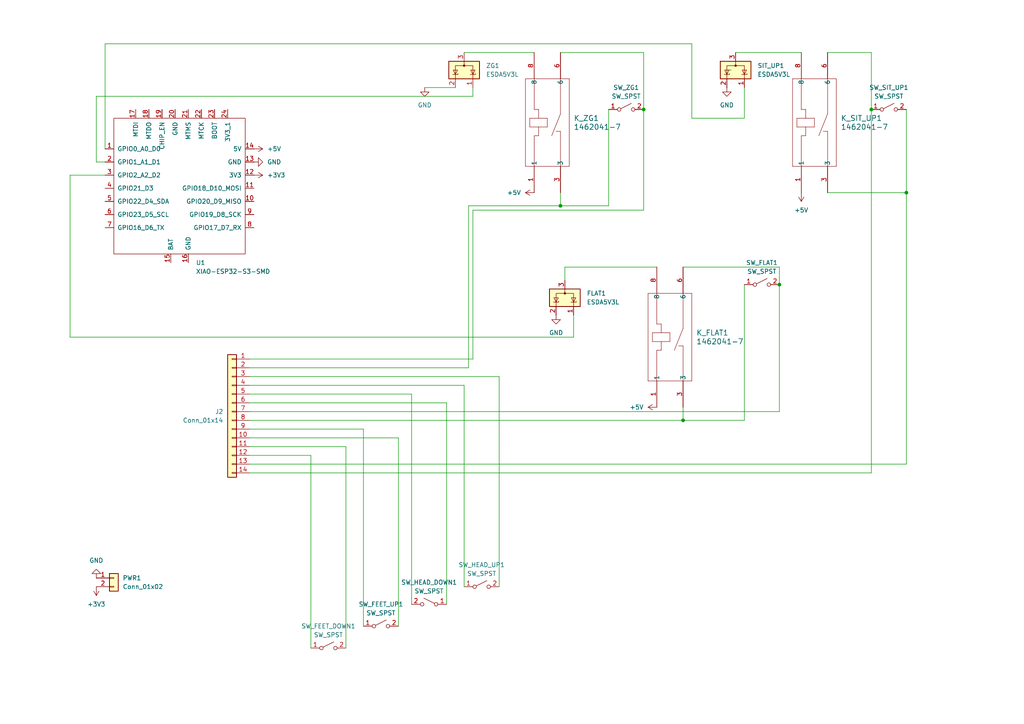
<source format=kicad_sch>
(kicad_sch
	(version 20231120)
	(generator "eeschema")
	(generator_version "8.0")
	(uuid "234515f7-baa1-40b7-9410-b24b28d4a888")
	(paper "A4")
	(lib_symbols
		(symbol "Connector_Generic:Conn_01x02"
			(pin_names
				(offset 1.016) hide)
			(exclude_from_sim no)
			(in_bom yes)
			(on_board yes)
			(property "Reference" "J"
				(at 0 2.54 0)
				(effects
					(font
						(size 1.27 1.27)
					)
				)
			)
			(property "Value" "Conn_01x02"
				(at 0 -5.08 0)
				(effects
					(font
						(size 1.27 1.27)
					)
				)
			)
			(property "Footprint" ""
				(at 0 0 0)
				(effects
					(font
						(size 1.27 1.27)
					)
					(hide yes)
				)
			)
			(property "Datasheet" "~"
				(at 0 0 0)
				(effects
					(font
						(size 1.27 1.27)
					)
					(hide yes)
				)
			)
			(property "Description" "Generic connector, single row, 01x02, script generated (kicad-library-utils/schlib/autogen/connector/)"
				(at 0 0 0)
				(effects
					(font
						(size 1.27 1.27)
					)
					(hide yes)
				)
			)
			(property "ki_keywords" "connector"
				(at 0 0 0)
				(effects
					(font
						(size 1.27 1.27)
					)
					(hide yes)
				)
			)
			(property "ki_fp_filters" "Connector*:*_1x??_*"
				(at 0 0 0)
				(effects
					(font
						(size 1.27 1.27)
					)
					(hide yes)
				)
			)
			(symbol "Conn_01x02_1_1"
				(rectangle
					(start -1.27 -2.413)
					(end 0 -2.667)
					(stroke
						(width 0.1524)
						(type default)
					)
					(fill
						(type none)
					)
				)
				(rectangle
					(start -1.27 0.127)
					(end 0 -0.127)
					(stroke
						(width 0.1524)
						(type default)
					)
					(fill
						(type none)
					)
				)
				(rectangle
					(start -1.27 1.27)
					(end 1.27 -3.81)
					(stroke
						(width 0.254)
						(type default)
					)
					(fill
						(type background)
					)
				)
				(pin passive line
					(at -5.08 0 0)
					(length 3.81)
					(name "Pin_1"
						(effects
							(font
								(size 1.27 1.27)
							)
						)
					)
					(number "1"
						(effects
							(font
								(size 1.27 1.27)
							)
						)
					)
				)
				(pin passive line
					(at -5.08 -2.54 0)
					(length 3.81)
					(name "Pin_2"
						(effects
							(font
								(size 1.27 1.27)
							)
						)
					)
					(number "2"
						(effects
							(font
								(size 1.27 1.27)
							)
						)
					)
				)
			)
		)
		(symbol "Connector_Generic:Conn_01x14"
			(pin_names
				(offset 1.016) hide)
			(exclude_from_sim no)
			(in_bom yes)
			(on_board yes)
			(property "Reference" "J"
				(at 0 17.78 0)
				(effects
					(font
						(size 1.27 1.27)
					)
				)
			)
			(property "Value" "Conn_01x14"
				(at 0 -20.32 0)
				(effects
					(font
						(size 1.27 1.27)
					)
				)
			)
			(property "Footprint" ""
				(at 0 0 0)
				(effects
					(font
						(size 1.27 1.27)
					)
					(hide yes)
				)
			)
			(property "Datasheet" "~"
				(at 0 0 0)
				(effects
					(font
						(size 1.27 1.27)
					)
					(hide yes)
				)
			)
			(property "Description" "Generic connector, single row, 01x14, script generated (kicad-library-utils/schlib/autogen/connector/)"
				(at 0 0 0)
				(effects
					(font
						(size 1.27 1.27)
					)
					(hide yes)
				)
			)
			(property "ki_keywords" "connector"
				(at 0 0 0)
				(effects
					(font
						(size 1.27 1.27)
					)
					(hide yes)
				)
			)
			(property "ki_fp_filters" "Connector*:*_1x??_*"
				(at 0 0 0)
				(effects
					(font
						(size 1.27 1.27)
					)
					(hide yes)
				)
			)
			(symbol "Conn_01x14_1_1"
				(rectangle
					(start -1.27 -17.653)
					(end 0 -17.907)
					(stroke
						(width 0.1524)
						(type default)
					)
					(fill
						(type none)
					)
				)
				(rectangle
					(start -1.27 -15.113)
					(end 0 -15.367)
					(stroke
						(width 0.1524)
						(type default)
					)
					(fill
						(type none)
					)
				)
				(rectangle
					(start -1.27 -12.573)
					(end 0 -12.827)
					(stroke
						(width 0.1524)
						(type default)
					)
					(fill
						(type none)
					)
				)
				(rectangle
					(start -1.27 -10.033)
					(end 0 -10.287)
					(stroke
						(width 0.1524)
						(type default)
					)
					(fill
						(type none)
					)
				)
				(rectangle
					(start -1.27 -7.493)
					(end 0 -7.747)
					(stroke
						(width 0.1524)
						(type default)
					)
					(fill
						(type none)
					)
				)
				(rectangle
					(start -1.27 -4.953)
					(end 0 -5.207)
					(stroke
						(width 0.1524)
						(type default)
					)
					(fill
						(type none)
					)
				)
				(rectangle
					(start -1.27 -2.413)
					(end 0 -2.667)
					(stroke
						(width 0.1524)
						(type default)
					)
					(fill
						(type none)
					)
				)
				(rectangle
					(start -1.27 0.127)
					(end 0 -0.127)
					(stroke
						(width 0.1524)
						(type default)
					)
					(fill
						(type none)
					)
				)
				(rectangle
					(start -1.27 2.667)
					(end 0 2.413)
					(stroke
						(width 0.1524)
						(type default)
					)
					(fill
						(type none)
					)
				)
				(rectangle
					(start -1.27 5.207)
					(end 0 4.953)
					(stroke
						(width 0.1524)
						(type default)
					)
					(fill
						(type none)
					)
				)
				(rectangle
					(start -1.27 7.747)
					(end 0 7.493)
					(stroke
						(width 0.1524)
						(type default)
					)
					(fill
						(type none)
					)
				)
				(rectangle
					(start -1.27 10.287)
					(end 0 10.033)
					(stroke
						(width 0.1524)
						(type default)
					)
					(fill
						(type none)
					)
				)
				(rectangle
					(start -1.27 12.827)
					(end 0 12.573)
					(stroke
						(width 0.1524)
						(type default)
					)
					(fill
						(type none)
					)
				)
				(rectangle
					(start -1.27 15.367)
					(end 0 15.113)
					(stroke
						(width 0.1524)
						(type default)
					)
					(fill
						(type none)
					)
				)
				(rectangle
					(start -1.27 16.51)
					(end 1.27 -19.05)
					(stroke
						(width 0.254)
						(type default)
					)
					(fill
						(type background)
					)
				)
				(pin passive line
					(at -5.08 15.24 0)
					(length 3.81)
					(name "Pin_1"
						(effects
							(font
								(size 1.27 1.27)
							)
						)
					)
					(number "1"
						(effects
							(font
								(size 1.27 1.27)
							)
						)
					)
				)
				(pin passive line
					(at -5.08 -7.62 0)
					(length 3.81)
					(name "Pin_10"
						(effects
							(font
								(size 1.27 1.27)
							)
						)
					)
					(number "10"
						(effects
							(font
								(size 1.27 1.27)
							)
						)
					)
				)
				(pin passive line
					(at -5.08 -10.16 0)
					(length 3.81)
					(name "Pin_11"
						(effects
							(font
								(size 1.27 1.27)
							)
						)
					)
					(number "11"
						(effects
							(font
								(size 1.27 1.27)
							)
						)
					)
				)
				(pin passive line
					(at -5.08 -12.7 0)
					(length 3.81)
					(name "Pin_12"
						(effects
							(font
								(size 1.27 1.27)
							)
						)
					)
					(number "12"
						(effects
							(font
								(size 1.27 1.27)
							)
						)
					)
				)
				(pin passive line
					(at -5.08 -15.24 0)
					(length 3.81)
					(name "Pin_13"
						(effects
							(font
								(size 1.27 1.27)
							)
						)
					)
					(number "13"
						(effects
							(font
								(size 1.27 1.27)
							)
						)
					)
				)
				(pin passive line
					(at -5.08 -17.78 0)
					(length 3.81)
					(name "Pin_14"
						(effects
							(font
								(size 1.27 1.27)
							)
						)
					)
					(number "14"
						(effects
							(font
								(size 1.27 1.27)
							)
						)
					)
				)
				(pin passive line
					(at -5.08 12.7 0)
					(length 3.81)
					(name "Pin_2"
						(effects
							(font
								(size 1.27 1.27)
							)
						)
					)
					(number "2"
						(effects
							(font
								(size 1.27 1.27)
							)
						)
					)
				)
				(pin passive line
					(at -5.08 10.16 0)
					(length 3.81)
					(name "Pin_3"
						(effects
							(font
								(size 1.27 1.27)
							)
						)
					)
					(number "3"
						(effects
							(font
								(size 1.27 1.27)
							)
						)
					)
				)
				(pin passive line
					(at -5.08 7.62 0)
					(length 3.81)
					(name "Pin_4"
						(effects
							(font
								(size 1.27 1.27)
							)
						)
					)
					(number "4"
						(effects
							(font
								(size 1.27 1.27)
							)
						)
					)
				)
				(pin passive line
					(at -5.08 5.08 0)
					(length 3.81)
					(name "Pin_5"
						(effects
							(font
								(size 1.27 1.27)
							)
						)
					)
					(number "5"
						(effects
							(font
								(size 1.27 1.27)
							)
						)
					)
				)
				(pin passive line
					(at -5.08 2.54 0)
					(length 3.81)
					(name "Pin_6"
						(effects
							(font
								(size 1.27 1.27)
							)
						)
					)
					(number "6"
						(effects
							(font
								(size 1.27 1.27)
							)
						)
					)
				)
				(pin passive line
					(at -5.08 0 0)
					(length 3.81)
					(name "Pin_7"
						(effects
							(font
								(size 1.27 1.27)
							)
						)
					)
					(number "7"
						(effects
							(font
								(size 1.27 1.27)
							)
						)
					)
				)
				(pin passive line
					(at -5.08 -2.54 0)
					(length 3.81)
					(name "Pin_8"
						(effects
							(font
								(size 1.27 1.27)
							)
						)
					)
					(number "8"
						(effects
							(font
								(size 1.27 1.27)
							)
						)
					)
				)
				(pin passive line
					(at -5.08 -5.08 0)
					(length 3.81)
					(name "Pin_9"
						(effects
							(font
								(size 1.27 1.27)
							)
						)
					)
					(number "9"
						(effects
							(font
								(size 1.27 1.27)
							)
						)
					)
				)
			)
		)
		(symbol "Power_Protection:ESDA5V3L"
			(pin_names hide)
			(exclude_from_sim no)
			(in_bom yes)
			(on_board yes)
			(property "Reference" "D"
				(at 5.715 2.54 0)
				(effects
					(font
						(size 1.27 1.27)
					)
					(justify left)
				)
			)
			(property "Value" "ESDA5V3L"
				(at 5.715 0.635 0)
				(effects
					(font
						(size 1.27 1.27)
					)
					(justify left)
				)
			)
			(property "Footprint" "Package_TO_SOT_SMD:SOT-23-3"
				(at -15.24 -10.16 0)
				(effects
					(font
						(size 1.27 1.27)
					)
					(justify left)
					(hide yes)
				)
			)
			(property "Datasheet" "https://www.st.com/resource/en/datasheet/esdal.pdf"
				(at 0 -15.24 0)
				(effects
					(font
						(size 1.27 1.27)
					)
					(hide yes)
				)
			)
			(property "Description" "TVS Diode Array, 5.5V Standoff, 2 Channels, SOT23"
				(at 0 -12.7 0)
				(effects
					(font
						(size 1.27 1.27)
					)
					(hide yes)
				)
			)
			(property "ki_keywords" "usb esd protection suppression transient"
				(at 0 0 0)
				(effects
					(font
						(size 1.27 1.27)
					)
					(hide yes)
				)
			)
			(property "ki_fp_filters" "SOT?23*"
				(at 0 0 0)
				(effects
					(font
						(size 1.27 1.27)
					)
					(hide yes)
				)
			)
			(symbol "ESDA5V3L_0_0"
				(pin passive line
					(at 0 -5.08 90)
					(length 2.54)
					(name "A"
						(effects
							(font
								(size 1.27 1.27)
							)
						)
					)
					(number "3"
						(effects
							(font
								(size 1.27 1.27)
							)
						)
					)
				)
			)
			(symbol "ESDA5V3L_0_1"
				(rectangle
					(start -4.445 2.54)
					(end 4.445 -2.54)
					(stroke
						(width 0.254)
						(type default)
					)
					(fill
						(type background)
					)
				)
				(circle
					(center 0 -1.27)
					(radius 0.254)
					(stroke
						(width 0)
						(type default)
					)
					(fill
						(type outline)
					)
				)
				(polyline
					(pts
						(xy -2.54 2.54) (xy -2.54 1.27)
					)
					(stroke
						(width 0)
						(type default)
					)
					(fill
						(type none)
					)
				)
				(polyline
					(pts
						(xy 0 -1.27) (xy 0 -2.54)
					)
					(stroke
						(width 0)
						(type default)
					)
					(fill
						(type none)
					)
				)
				(polyline
					(pts
						(xy 2.54 2.54) (xy 2.54 1.27)
					)
					(stroke
						(width 0)
						(type default)
					)
					(fill
						(type none)
					)
				)
				(polyline
					(pts
						(xy -3.302 1.016) (xy -3.302 1.27) (xy -1.905 1.27) (xy -1.778 1.27)
					)
					(stroke
						(width 0)
						(type default)
					)
					(fill
						(type none)
					)
				)
				(polyline
					(pts
						(xy -2.54 1.27) (xy -2.54 -1.27) (xy 2.54 -1.27) (xy 2.54 1.27)
					)
					(stroke
						(width 0)
						(type default)
					)
					(fill
						(type none)
					)
				)
				(polyline
					(pts
						(xy -2.54 1.27) (xy -1.905 0) (xy -3.175 0) (xy -2.54 1.27)
					)
					(stroke
						(width 0)
						(type default)
					)
					(fill
						(type none)
					)
				)
				(polyline
					(pts
						(xy 1.778 1.016) (xy 1.778 1.27) (xy 3.175 1.27) (xy 3.302 1.27)
					)
					(stroke
						(width 0)
						(type default)
					)
					(fill
						(type none)
					)
				)
				(polyline
					(pts
						(xy 2.54 1.27) (xy 1.905 0) (xy 3.175 0) (xy 2.54 1.27)
					)
					(stroke
						(width 0)
						(type default)
					)
					(fill
						(type none)
					)
				)
			)
			(symbol "ESDA5V3L_1_1"
				(pin passive line
					(at -2.54 5.08 270)
					(length 2.54)
					(name "K"
						(effects
							(font
								(size 1.27 1.27)
							)
						)
					)
					(number "1"
						(effects
							(font
								(size 1.27 1.27)
							)
						)
					)
				)
				(pin passive line
					(at 2.54 5.08 270)
					(length 2.54)
					(name "K"
						(effects
							(font
								(size 1.27 1.27)
							)
						)
					)
					(number "2"
						(effects
							(font
								(size 1.27 1.27)
							)
						)
					)
				)
			)
		)
		(symbol "Seeed_Studio_XIAO_Series:XIAO-ESP32-C6-SMD"
			(pin_names
				(offset 1.016)
			)
			(exclude_from_sim no)
			(in_bom yes)
			(on_board yes)
			(property "Reference" "U"
				(at -18.542 23.114 0)
				(effects
					(font
						(size 1.27 1.27)
					)
				)
			)
			(property "Value" "XIAO-ESP32-S3-SMD"
				(at -8.382 21.336 0)
				(effects
					(font
						(size 1.27 1.27)
					)
				)
			)
			(property "Footprint" ""
				(at -8.89 5.08 0)
				(effects
					(font
						(size 1.27 1.27)
					)
					(hide yes)
				)
			)
			(property "Datasheet" ""
				(at -8.89 5.08 0)
				(effects
					(font
						(size 1.27 1.27)
					)
					(hide yes)
				)
			)
			(property "Description" ""
				(at 0 0 0)
				(effects
					(font
						(size 1.27 1.27)
					)
					(hide yes)
				)
			)
			(symbol "XIAO-ESP32-C6-SMD_0_1"
				(rectangle
					(start 19.05 -19.05)
					(end -19.05 20.32)
					(stroke
						(width 0)
						(type default)
					)
					(fill
						(type none)
					)
				)
			)
			(symbol "XIAO-ESP32-C6-SMD_1_1"
				(pin passive line
					(at -21.59 11.43 0)
					(length 2.54)
					(name "GPIO0_A0_D0"
						(effects
							(font
								(size 1.27 1.27)
							)
						)
					)
					(number "1"
						(effects
							(font
								(size 1.27 1.27)
							)
						)
					)
				)
				(pin passive line
					(at 21.59 -3.81 180)
					(length 2.54)
					(name "GPIO20_D9_MISO"
						(effects
							(font
								(size 1.27 1.27)
							)
						)
					)
					(number "10"
						(effects
							(font
								(size 1.27 1.27)
							)
						)
					)
				)
				(pin passive line
					(at 21.59 0 180)
					(length 2.54)
					(name "GPIO18_D10_MOSI"
						(effects
							(font
								(size 1.27 1.27)
							)
						)
					)
					(number "11"
						(effects
							(font
								(size 1.27 1.27)
							)
						)
					)
				)
				(pin passive line
					(at 21.59 3.81 180)
					(length 2.54)
					(name "3V3"
						(effects
							(font
								(size 1.27 1.27)
							)
						)
					)
					(number "12"
						(effects
							(font
								(size 1.27 1.27)
							)
						)
					)
				)
				(pin passive line
					(at 21.59 7.62 180)
					(length 2.54)
					(name "GND"
						(effects
							(font
								(size 1.27 1.27)
							)
						)
					)
					(number "13"
						(effects
							(font
								(size 1.27 1.27)
							)
						)
					)
				)
				(pin passive line
					(at 21.59 11.43 180)
					(length 2.54)
					(name "5V"
						(effects
							(font
								(size 1.27 1.27)
							)
						)
					)
					(number "14"
						(effects
							(font
								(size 1.27 1.27)
							)
						)
					)
				)
				(pin passive line
					(at -2.54 -21.59 90)
					(length 2.54)
					(name "BAT"
						(effects
							(font
								(size 1.27 1.27)
							)
						)
					)
					(number "15"
						(effects
							(font
								(size 1.27 1.27)
							)
						)
					)
				)
				(pin passive line
					(at 2.54 -21.59 90)
					(length 2.54)
					(name "GND"
						(effects
							(font
								(size 1.27 1.27)
							)
						)
					)
					(number "16"
						(effects
							(font
								(size 1.27 1.27)
							)
						)
					)
				)
				(pin passive line
					(at -12.7 22.86 270)
					(length 2.54)
					(name "MTDI"
						(effects
							(font
								(size 1.27 1.27)
							)
						)
					)
					(number "17"
						(effects
							(font
								(size 1.27 1.27)
							)
						)
					)
				)
				(pin passive line
					(at -8.89 22.86 270)
					(length 2.54)
					(name "MTDO"
						(effects
							(font
								(size 1.27 1.27)
							)
						)
					)
					(number "18"
						(effects
							(font
								(size 1.27 1.27)
							)
						)
					)
				)
				(pin passive line
					(at -5.08 22.86 270)
					(length 2.54)
					(name "CHIP_EN"
						(effects
							(font
								(size 1.27 1.27)
							)
						)
					)
					(number "19"
						(effects
							(font
								(size 1.27 1.27)
							)
						)
					)
				)
				(pin passive line
					(at -21.59 7.62 0)
					(length 2.54)
					(name "GPIO1_A1_D1"
						(effects
							(font
								(size 1.27 1.27)
							)
						)
					)
					(number "2"
						(effects
							(font
								(size 1.27 1.27)
							)
						)
					)
				)
				(pin passive line
					(at -1.27 22.86 270)
					(length 2.54)
					(name "GND"
						(effects
							(font
								(size 1.27 1.27)
							)
						)
					)
					(number "20"
						(effects
							(font
								(size 1.27 1.27)
							)
						)
					)
				)
				(pin passive line
					(at 2.54 22.86 270)
					(length 2.54)
					(name "MTMS"
						(effects
							(font
								(size 1.27 1.27)
							)
						)
					)
					(number "21"
						(effects
							(font
								(size 1.27 1.27)
							)
						)
					)
				)
				(pin passive line
					(at 6.35 22.86 270)
					(length 2.54)
					(name "MTCK"
						(effects
							(font
								(size 1.27 1.27)
							)
						)
					)
					(number "22"
						(effects
							(font
								(size 1.27 1.27)
							)
						)
					)
				)
				(pin passive line
					(at 10.16 22.86 270)
					(length 2.54)
					(name "BOOT"
						(effects
							(font
								(size 1.27 1.27)
							)
						)
					)
					(number "23"
						(effects
							(font
								(size 1.27 1.27)
							)
						)
					)
				)
				(pin passive line
					(at 13.97 22.86 270)
					(length 2.54)
					(name "3V3_1"
						(effects
							(font
								(size 1.27 1.27)
							)
						)
					)
					(number "24"
						(effects
							(font
								(size 1.27 1.27)
							)
						)
					)
				)
				(pin passive line
					(at -21.59 3.81 0)
					(length 2.54)
					(name "GPIO2_A2_D2"
						(effects
							(font
								(size 1.27 1.27)
							)
						)
					)
					(number "3"
						(effects
							(font
								(size 1.27 1.27)
							)
						)
					)
				)
				(pin passive line
					(at -21.59 0 0)
					(length 2.54)
					(name "GPIO21_D3"
						(effects
							(font
								(size 1.27 1.27)
							)
						)
					)
					(number "4"
						(effects
							(font
								(size 1.27 1.27)
							)
						)
					)
				)
				(pin passive line
					(at -21.59 -3.81 0)
					(length 2.54)
					(name "GPIO22_D4_SDA"
						(effects
							(font
								(size 1.27 1.27)
							)
						)
					)
					(number "5"
						(effects
							(font
								(size 1.27 1.27)
							)
						)
					)
				)
				(pin passive line
					(at -21.59 -7.62 0)
					(length 2.54)
					(name "GPIO23_D5_SCL"
						(effects
							(font
								(size 1.27 1.27)
							)
						)
					)
					(number "6"
						(effects
							(font
								(size 1.27 1.27)
							)
						)
					)
				)
				(pin passive line
					(at -21.59 -11.43 0)
					(length 2.54)
					(name "GPIO16_D6_TX"
						(effects
							(font
								(size 1.27 1.27)
							)
						)
					)
					(number "7"
						(effects
							(font
								(size 1.27 1.27)
							)
						)
					)
				)
				(pin passive line
					(at 21.59 -11.43 180)
					(length 2.54)
					(name "GPIO17_D7_RX"
						(effects
							(font
								(size 1.27 1.27)
							)
						)
					)
					(number "8"
						(effects
							(font
								(size 1.27 1.27)
							)
						)
					)
				)
				(pin passive line
					(at 21.59 -7.62 180)
					(length 2.54)
					(name "GPIO19_D8_SCK"
						(effects
							(font
								(size 1.27 1.27)
							)
						)
					)
					(number "9"
						(effects
							(font
								(size 1.27 1.27)
							)
						)
					)
				)
			)
		)
		(symbol "Switch:SW_SPST"
			(pin_names
				(offset 0) hide)
			(exclude_from_sim no)
			(in_bom yes)
			(on_board yes)
			(property "Reference" "SW"
				(at 0 3.175 0)
				(effects
					(font
						(size 1.27 1.27)
					)
				)
			)
			(property "Value" "SW_SPST"
				(at 0 -2.54 0)
				(effects
					(font
						(size 1.27 1.27)
					)
				)
			)
			(property "Footprint" ""
				(at 0 0 0)
				(effects
					(font
						(size 1.27 1.27)
					)
					(hide yes)
				)
			)
			(property "Datasheet" "~"
				(at 0 0 0)
				(effects
					(font
						(size 1.27 1.27)
					)
					(hide yes)
				)
			)
			(property "Description" "Single Pole Single Throw (SPST) switch"
				(at 0 0 0)
				(effects
					(font
						(size 1.27 1.27)
					)
					(hide yes)
				)
			)
			(property "ki_keywords" "switch lever"
				(at 0 0 0)
				(effects
					(font
						(size 1.27 1.27)
					)
					(hide yes)
				)
			)
			(symbol "SW_SPST_0_0"
				(circle
					(center -2.032 0)
					(radius 0.508)
					(stroke
						(width 0)
						(type default)
					)
					(fill
						(type none)
					)
				)
				(polyline
					(pts
						(xy -1.524 0.254) (xy 1.524 1.778)
					)
					(stroke
						(width 0)
						(type default)
					)
					(fill
						(type none)
					)
				)
				(circle
					(center 2.032 0)
					(radius 0.508)
					(stroke
						(width 0)
						(type default)
					)
					(fill
						(type none)
					)
				)
			)
			(symbol "SW_SPST_1_1"
				(pin passive line
					(at -5.08 0 0)
					(length 2.54)
					(name "A"
						(effects
							(font
								(size 1.27 1.27)
							)
						)
					)
					(number "1"
						(effects
							(font
								(size 1.27 1.27)
							)
						)
					)
				)
				(pin passive line
					(at 5.08 0 180)
					(length 2.54)
					(name "B"
						(effects
							(font
								(size 1.27 1.27)
							)
						)
					)
					(number "2"
						(effects
							(font
								(size 1.27 1.27)
							)
						)
					)
				)
			)
		)
		(symbol "power:+3V3"
			(power)
			(pin_numbers hide)
			(pin_names
				(offset 0) hide)
			(exclude_from_sim no)
			(in_bom yes)
			(on_board yes)
			(property "Reference" "#PWR"
				(at 0 -3.81 0)
				(effects
					(font
						(size 1.27 1.27)
					)
					(hide yes)
				)
			)
			(property "Value" "+3V3"
				(at 0 3.556 0)
				(effects
					(font
						(size 1.27 1.27)
					)
				)
			)
			(property "Footprint" ""
				(at 0 0 0)
				(effects
					(font
						(size 1.27 1.27)
					)
					(hide yes)
				)
			)
			(property "Datasheet" ""
				(at 0 0 0)
				(effects
					(font
						(size 1.27 1.27)
					)
					(hide yes)
				)
			)
			(property "Description" "Power symbol creates a global label with name \"+3V3\""
				(at 0 0 0)
				(effects
					(font
						(size 1.27 1.27)
					)
					(hide yes)
				)
			)
			(property "ki_keywords" "global power"
				(at 0 0 0)
				(effects
					(font
						(size 1.27 1.27)
					)
					(hide yes)
				)
			)
			(symbol "+3V3_0_1"
				(polyline
					(pts
						(xy -0.762 1.27) (xy 0 2.54)
					)
					(stroke
						(width 0)
						(type default)
					)
					(fill
						(type none)
					)
				)
				(polyline
					(pts
						(xy 0 0) (xy 0 2.54)
					)
					(stroke
						(width 0)
						(type default)
					)
					(fill
						(type none)
					)
				)
				(polyline
					(pts
						(xy 0 2.54) (xy 0.762 1.27)
					)
					(stroke
						(width 0)
						(type default)
					)
					(fill
						(type none)
					)
				)
			)
			(symbol "+3V3_1_1"
				(pin power_in line
					(at 0 0 90)
					(length 0)
					(name "~"
						(effects
							(font
								(size 1.27 1.27)
							)
						)
					)
					(number "1"
						(effects
							(font
								(size 1.27 1.27)
							)
						)
					)
				)
			)
		)
		(symbol "power:+5V"
			(power)
			(pin_numbers hide)
			(pin_names
				(offset 0) hide)
			(exclude_from_sim no)
			(in_bom yes)
			(on_board yes)
			(property "Reference" "#PWR"
				(at 0 -3.81 0)
				(effects
					(font
						(size 1.27 1.27)
					)
					(hide yes)
				)
			)
			(property "Value" "+5V"
				(at 0 3.556 0)
				(effects
					(font
						(size 1.27 1.27)
					)
				)
			)
			(property "Footprint" ""
				(at 0 0 0)
				(effects
					(font
						(size 1.27 1.27)
					)
					(hide yes)
				)
			)
			(property "Datasheet" ""
				(at 0 0 0)
				(effects
					(font
						(size 1.27 1.27)
					)
					(hide yes)
				)
			)
			(property "Description" "Power symbol creates a global label with name \"+5V\""
				(at 0 0 0)
				(effects
					(font
						(size 1.27 1.27)
					)
					(hide yes)
				)
			)
			(property "ki_keywords" "global power"
				(at 0 0 0)
				(effects
					(font
						(size 1.27 1.27)
					)
					(hide yes)
				)
			)
			(symbol "+5V_0_1"
				(polyline
					(pts
						(xy -0.762 1.27) (xy 0 2.54)
					)
					(stroke
						(width 0)
						(type default)
					)
					(fill
						(type none)
					)
				)
				(polyline
					(pts
						(xy 0 0) (xy 0 2.54)
					)
					(stroke
						(width 0)
						(type default)
					)
					(fill
						(type none)
					)
				)
				(polyline
					(pts
						(xy 0 2.54) (xy 0.762 1.27)
					)
					(stroke
						(width 0)
						(type default)
					)
					(fill
						(type none)
					)
				)
			)
			(symbol "+5V_1_1"
				(pin power_in line
					(at 0 0 90)
					(length 0)
					(name "~"
						(effects
							(font
								(size 1.27 1.27)
							)
						)
					)
					(number "1"
						(effects
							(font
								(size 1.27 1.27)
							)
						)
					)
				)
			)
		)
		(symbol "power:GND"
			(power)
			(pin_numbers hide)
			(pin_names
				(offset 0) hide)
			(exclude_from_sim no)
			(in_bom yes)
			(on_board yes)
			(property "Reference" "#PWR"
				(at 0 -6.35 0)
				(effects
					(font
						(size 1.27 1.27)
					)
					(hide yes)
				)
			)
			(property "Value" "GND"
				(at 0 -3.81 0)
				(effects
					(font
						(size 1.27 1.27)
					)
				)
			)
			(property "Footprint" ""
				(at 0 0 0)
				(effects
					(font
						(size 1.27 1.27)
					)
					(hide yes)
				)
			)
			(property "Datasheet" ""
				(at 0 0 0)
				(effects
					(font
						(size 1.27 1.27)
					)
					(hide yes)
				)
			)
			(property "Description" "Power symbol creates a global label with name \"GND\" , ground"
				(at 0 0 0)
				(effects
					(font
						(size 1.27 1.27)
					)
					(hide yes)
				)
			)
			(property "ki_keywords" "global power"
				(at 0 0 0)
				(effects
					(font
						(size 1.27 1.27)
					)
					(hide yes)
				)
			)
			(symbol "GND_0_1"
				(polyline
					(pts
						(xy 0 0) (xy 0 -1.27) (xy 1.27 -1.27) (xy 0 -2.54) (xy -1.27 -1.27) (xy 0 -1.27)
					)
					(stroke
						(width 0)
						(type default)
					)
					(fill
						(type none)
					)
				)
			)
			(symbol "GND_1_1"
				(pin power_in line
					(at 0 0 270)
					(length 0)
					(name "~"
						(effects
							(font
								(size 1.27 1.27)
							)
						)
					)
					(number "1"
						(effects
							(font
								(size 1.27 1.27)
							)
						)
					)
				)
			)
		)
		(symbol "te-conn-relay-1462041-7:1462041-7"
			(pin_names
				(offset 0.254)
			)
			(exclude_from_sim no)
			(in_bom yes)
			(on_board yes)
			(property "Reference" "K"
				(at 20.32 7.62 0)
				(effects
					(font
						(size 1.524 1.524)
					)
				)
			)
			(property "Value" "1462041-7"
				(at 20.32 5.08 0)
				(effects
					(font
						(size 1.524 1.524)
					)
				)
			)
			(property "Footprint" "RELAY4_1462041-7_TEC"
				(at 0 0 0)
				(effects
					(font
						(size 1.27 1.27)
						(italic yes)
					)
					(hide yes)
				)
			)
			(property "Datasheet" "1462041-7"
				(at 0 0 0)
				(effects
					(font
						(size 1.27 1.27)
						(italic yes)
					)
					(hide yes)
				)
			)
			(property "Description" ""
				(at 0 0 0)
				(effects
					(font
						(size 1.27 1.27)
					)
					(hide yes)
				)
			)
			(property "ki_locked" ""
				(at 0 0 0)
				(effects
					(font
						(size 1.27 1.27)
					)
				)
			)
			(property "ki_keywords" "1462041-7"
				(at 0 0 0)
				(effects
					(font
						(size 1.27 1.27)
					)
					(hide yes)
				)
			)
			(property "ki_fp_filters" "RELAY4_1462041-7_TEC RELAY4_1462041-7_TEC-M RELAY4_1462041-7_TEC-L"
				(at 0 0 0)
				(effects
					(font
						(size 1.27 1.27)
					)
					(hide yes)
				)
			)
			(symbol "1462041-7_0_1"
				(polyline
					(pts
						(xy 7.62 -10.16) (xy 33.02 -10.16)
					)
					(stroke
						(width 0.127)
						(type default)
					)
					(fill
						(type none)
					)
				)
				(polyline
					(pts
						(xy 7.62 -7.62) (xy 17.78 -7.62)
					)
					(stroke
						(width 0.127)
						(type default)
					)
					(fill
						(type none)
					)
				)
				(polyline
					(pts
						(xy 7.62 2.54) (xy 7.62 -10.16)
					)
					(stroke
						(width 0.127)
						(type default)
					)
					(fill
						(type none)
					)
				)
				(polyline
					(pts
						(xy 16.51 -5.08) (xy 22.86 -7.62)
					)
					(stroke
						(width 0.127)
						(type default)
					)
					(fill
						(type none)
					)
				)
				(polyline
					(pts
						(xy 16.51 -1.27) (xy 16.51 0)
					)
					(stroke
						(width 0.127)
						(type default)
					)
					(fill
						(type none)
					)
				)
				(polyline
					(pts
						(xy 16.51 0) (xy 7.62 0)
					)
					(stroke
						(width 0.127)
						(type default)
					)
					(fill
						(type none)
					)
				)
				(polyline
					(pts
						(xy 17.78 -7.62) (xy 17.78 -6.35)
					)
					(stroke
						(width 0.127)
						(type default)
					)
					(fill
						(type none)
					)
				)
				(polyline
					(pts
						(xy 19.05 -3.81) (xy 21.59 -3.81)
					)
					(stroke
						(width 0.127)
						(type default)
					)
					(fill
						(type none)
					)
				)
				(polyline
					(pts
						(xy 19.05 -1.27) (xy 16.51 -1.27)
					)
					(stroke
						(width 0.127)
						(type default)
					)
					(fill
						(type none)
					)
				)
				(polyline
					(pts
						(xy 19.05 1.27) (xy 19.05 -3.81)
					)
					(stroke
						(width 0.127)
						(type default)
					)
					(fill
						(type none)
					)
				)
				(polyline
					(pts
						(xy 19.05 1.27) (xy 21.59 1.27)
					)
					(stroke
						(width 0.127)
						(type default)
					)
					(fill
						(type none)
					)
				)
				(polyline
					(pts
						(xy 21.59 -3.81) (xy 21.59 1.27)
					)
					(stroke
						(width 0.127)
						(type default)
					)
					(fill
						(type none)
					)
				)
				(polyline
					(pts
						(xy 21.59 -1.27) (xy 24.13 -1.27)
					)
					(stroke
						(width 0.127)
						(type default)
					)
					(fill
						(type none)
					)
				)
				(polyline
					(pts
						(xy 24.13 0) (xy 24.13 -1.27)
					)
					(stroke
						(width 0.127)
						(type default)
					)
					(fill
						(type none)
					)
				)
				(polyline
					(pts
						(xy 24.13 0) (xy 33.02 0)
					)
					(stroke
						(width 0.127)
						(type default)
					)
					(fill
						(type none)
					)
				)
				(polyline
					(pts
						(xy 33.02 -10.16) (xy 33.02 2.54)
					)
					(stroke
						(width 0.127)
						(type default)
					)
					(fill
						(type none)
					)
				)
				(polyline
					(pts
						(xy 33.02 -7.62) (xy 22.86 -7.62)
					)
					(stroke
						(width 0.127)
						(type default)
					)
					(fill
						(type none)
					)
				)
				(polyline
					(pts
						(xy 33.02 2.54) (xy 7.62 2.54)
					)
					(stroke
						(width 0.127)
						(type default)
					)
					(fill
						(type none)
					)
				)
				(pin unspecified line
					(at 0 0 0)
					(length 7.62)
					(name "1"
						(effects
							(font
								(size 1.27 1.27)
							)
						)
					)
					(number "1"
						(effects
							(font
								(size 1.27 1.27)
							)
						)
					)
				)
				(pin unspecified line
					(at 0 -7.62 0)
					(length 7.62)
					(name "3"
						(effects
							(font
								(size 1.27 1.27)
							)
						)
					)
					(number "3"
						(effects
							(font
								(size 1.27 1.27)
							)
						)
					)
				)
				(pin unspecified line
					(at 40.64 -7.62 180)
					(length 7.62)
					(name "6"
						(effects
							(font
								(size 1.27 1.27)
							)
						)
					)
					(number "6"
						(effects
							(font
								(size 1.27 1.27)
							)
						)
					)
				)
				(pin unspecified line
					(at 40.64 0 180)
					(length 7.62)
					(name "8"
						(effects
							(font
								(size 1.27 1.27)
							)
						)
					)
					(number "8"
						(effects
							(font
								(size 1.27 1.27)
							)
						)
					)
				)
			)
		)
	)
	(junction
		(at 162.56 59.69)
		(diameter 0)
		(color 0 0 0 0)
		(uuid "3c5a29e5-accc-4ed4-921c-e1287cfc0db6")
	)
	(junction
		(at 262.89 55.88)
		(diameter 0)
		(color 0 0 0 0)
		(uuid "3e5a1eea-3c36-429d-89a1-2ebe6fa1f9da")
	)
	(junction
		(at 198.12 121.92)
		(diameter 0)
		(color 0 0 0 0)
		(uuid "5e2dd9d4-13c1-423a-bbbf-ff17020387cc")
	)
	(junction
		(at 186.69 31.75)
		(diameter 0)
		(color 0 0 0 0)
		(uuid "8a3d4a94-8d2f-4b3b-81bb-20c44cc3d2f5")
	)
	(junction
		(at 226.06 82.55)
		(diameter 0)
		(color 0 0 0 0)
		(uuid "c7dd3d94-aac8-4bab-a283-147450ffe199")
	)
	(junction
		(at 252.73 31.75)
		(diameter 0)
		(color 0 0 0 0)
		(uuid "fcd114b4-f1e5-4622-abe0-965fd20e092f")
	)
	(wire
		(pts
			(xy 200.66 12.7) (xy 200.66 34.29)
		)
		(stroke
			(width 0)
			(type default)
		)
		(uuid "0029307f-a9e5-4b25-83eb-c6069c1edac4")
	)
	(wire
		(pts
			(xy 27.94 27.94) (xy 137.16 27.94)
		)
		(stroke
			(width 0)
			(type default)
		)
		(uuid "0b66617b-6e74-4260-a507-7de7c69de42a")
	)
	(wire
		(pts
			(xy 135.89 59.69) (xy 135.89 106.68)
		)
		(stroke
			(width 0)
			(type default)
		)
		(uuid "0d56cce2-4be3-472e-a46c-6a163684b65d")
	)
	(wire
		(pts
			(xy 252.73 15.24) (xy 252.73 31.75)
		)
		(stroke
			(width 0)
			(type default)
		)
		(uuid "0e791031-36ae-4e77-9694-0d5297f4124b")
	)
	(wire
		(pts
			(xy 119.38 114.3) (xy 119.38 175.26)
		)
		(stroke
			(width 0)
			(type default)
		)
		(uuid "146833d3-110b-4710-bd14-02456985807f")
	)
	(wire
		(pts
			(xy 30.48 43.18) (xy 30.48 12.7)
		)
		(stroke
			(width 0)
			(type default)
		)
		(uuid "18271561-be33-4f21-933d-598b3a0ee3d7")
	)
	(wire
		(pts
			(xy 186.69 60.96) (xy 137.16 60.96)
		)
		(stroke
			(width 0)
			(type default)
		)
		(uuid "1ec6a60b-ff42-4f90-a82c-f81c72642381")
	)
	(wire
		(pts
			(xy 190.5 77.47) (xy 163.83 77.47)
		)
		(stroke
			(width 0)
			(type default)
		)
		(uuid "27fb66ad-fd78-4da6-9d71-faa1c1b4bd61")
	)
	(wire
		(pts
			(xy 186.69 15.24) (xy 186.69 31.75)
		)
		(stroke
			(width 0)
			(type default)
		)
		(uuid "2bc8c854-460f-432d-b1c5-bf15d8cb51c8")
	)
	(wire
		(pts
			(xy 262.89 31.75) (xy 262.89 55.88)
		)
		(stroke
			(width 0)
			(type default)
		)
		(uuid "3406541e-6f9d-40fa-a527-3208d9b2b3b7")
	)
	(wire
		(pts
			(xy 72.39 124.46) (xy 105.41 124.46)
		)
		(stroke
			(width 0)
			(type default)
		)
		(uuid "35b4ce82-8e42-44ad-bbd9-5d00ad771ce3")
	)
	(wire
		(pts
			(xy 129.54 116.84) (xy 129.54 175.26)
		)
		(stroke
			(width 0)
			(type default)
		)
		(uuid "384b1e79-85be-4ee9-bbb5-7f32cfb7ce03")
	)
	(wire
		(pts
			(xy 27.94 27.94) (xy 27.94 46.99)
		)
		(stroke
			(width 0)
			(type default)
		)
		(uuid "3c56a791-3160-4a25-8f06-7818167f76a2")
	)
	(wire
		(pts
			(xy 90.17 132.08) (xy 90.17 187.96)
		)
		(stroke
			(width 0)
			(type default)
		)
		(uuid "3e64ce09-2a94-4da9-bb19-9b7a265ed7a5")
	)
	(wire
		(pts
			(xy 30.48 12.7) (xy 200.66 12.7)
		)
		(stroke
			(width 0)
			(type default)
		)
		(uuid "4004222d-c7df-4821-84bb-15b2c5ef7c76")
	)
	(wire
		(pts
			(xy 72.39 127) (xy 115.57 127)
		)
		(stroke
			(width 0)
			(type default)
		)
		(uuid "4a830c23-52ce-4bc1-a479-79ebf8ea8439")
	)
	(wire
		(pts
			(xy 198.12 121.92) (xy 215.9 121.92)
		)
		(stroke
			(width 0)
			(type default)
		)
		(uuid "4b933cff-74ef-4132-9f24-330531b93b55")
	)
	(wire
		(pts
			(xy 137.16 27.94) (xy 137.16 25.4)
		)
		(stroke
			(width 0)
			(type default)
		)
		(uuid "50e07b7c-8d91-4405-aea6-a247ea05378f")
	)
	(wire
		(pts
			(xy 115.57 127) (xy 115.57 181.61)
		)
		(stroke
			(width 0)
			(type default)
		)
		(uuid "533a9f72-d18c-4d3d-91c0-4e8383f7a6e8")
	)
	(wire
		(pts
			(xy 162.56 59.69) (xy 176.53 59.69)
		)
		(stroke
			(width 0)
			(type default)
		)
		(uuid "578f4726-bcbd-4a10-b692-51f44e99a677")
	)
	(wire
		(pts
			(xy 240.03 55.88) (xy 262.89 55.88)
		)
		(stroke
			(width 0)
			(type default)
		)
		(uuid "621a2f38-1014-4a3b-9406-0ba5fc07dd36")
	)
	(wire
		(pts
			(xy 100.33 129.54) (xy 100.33 187.96)
		)
		(stroke
			(width 0)
			(type default)
		)
		(uuid "6423496c-76f7-4644-aabe-795f80df7fb1")
	)
	(wire
		(pts
			(xy 166.37 97.79) (xy 166.37 91.44)
		)
		(stroke
			(width 0)
			(type default)
		)
		(uuid "66043de0-cd95-43bc-9b5a-646d49bbb214")
	)
	(wire
		(pts
			(xy 20.32 97.79) (xy 166.37 97.79)
		)
		(stroke
			(width 0)
			(type default)
		)
		(uuid "6b79eaf7-f7b1-4066-81d3-f446c3c594bc")
	)
	(wire
		(pts
			(xy 72.39 129.54) (xy 100.33 129.54)
		)
		(stroke
			(width 0)
			(type default)
		)
		(uuid "6c4eaebf-36e6-4013-b06e-305597782a92")
	)
	(wire
		(pts
			(xy 134.62 111.76) (xy 134.62 170.18)
		)
		(stroke
			(width 0)
			(type default)
		)
		(uuid "6fcc36df-f7c1-498a-addb-3cc868b88cf7")
	)
	(wire
		(pts
			(xy 137.16 60.96) (xy 137.16 104.14)
		)
		(stroke
			(width 0)
			(type default)
		)
		(uuid "70a7bde4-c443-487c-8394-477d4049ba9e")
	)
	(wire
		(pts
			(xy 200.66 34.29) (xy 215.9 34.29)
		)
		(stroke
			(width 0)
			(type default)
		)
		(uuid "7110e5f2-bb34-49bb-b168-0cf7110ae57b")
	)
	(wire
		(pts
			(xy 186.69 31.75) (xy 186.69 60.96)
		)
		(stroke
			(width 0)
			(type default)
		)
		(uuid "7388bd1f-cdb0-4cb7-ba0a-c9a3dc1dcdac")
	)
	(wire
		(pts
			(xy 198.12 77.47) (xy 226.06 77.47)
		)
		(stroke
			(width 0)
			(type default)
		)
		(uuid "75cde0f2-e114-49fd-ae9a-dcfa230c7d91")
	)
	(wire
		(pts
			(xy 213.36 15.24) (xy 232.41 15.24)
		)
		(stroke
			(width 0)
			(type default)
		)
		(uuid "7771e63f-9b57-4b85-ac68-5ec049cf92b5")
	)
	(wire
		(pts
			(xy 134.62 15.24) (xy 154.94 15.24)
		)
		(stroke
			(width 0)
			(type default)
		)
		(uuid "7b125c5f-54f7-4c83-9529-83b1b3670b39")
	)
	(wire
		(pts
			(xy 262.89 55.88) (xy 262.89 134.62)
		)
		(stroke
			(width 0)
			(type default)
		)
		(uuid "7ba7bff2-4edc-4cd0-827b-a2ee1750666e")
	)
	(wire
		(pts
			(xy 72.39 119.38) (xy 226.06 119.38)
		)
		(stroke
			(width 0)
			(type default)
		)
		(uuid "7f7aa992-7384-4626-ab77-ce36c50c66b9")
	)
	(wire
		(pts
			(xy 72.39 104.14) (xy 137.16 104.14)
		)
		(stroke
			(width 0)
			(type default)
		)
		(uuid "8aaf28cb-8a67-4ea9-979b-f1239fed23ea")
	)
	(wire
		(pts
			(xy 72.39 137.16) (xy 252.73 137.16)
		)
		(stroke
			(width 0)
			(type default)
		)
		(uuid "8ead2521-e5b2-4035-9897-c938aadb283d")
	)
	(wire
		(pts
			(xy 252.73 31.75) (xy 252.73 137.16)
		)
		(stroke
			(width 0)
			(type default)
		)
		(uuid "8ef7e667-3a7a-4886-a884-f20f91e9fe38")
	)
	(wire
		(pts
			(xy 198.12 118.11) (xy 198.12 121.92)
		)
		(stroke
			(width 0)
			(type default)
		)
		(uuid "954193f3-f942-48e6-ba46-c2505b2344a7")
	)
	(wire
		(pts
			(xy 162.56 55.88) (xy 162.56 59.69)
		)
		(stroke
			(width 0)
			(type default)
		)
		(uuid "aab91b11-2fef-4136-82d3-447b442e9c4e")
	)
	(wire
		(pts
			(xy 215.9 34.29) (xy 215.9 25.4)
		)
		(stroke
			(width 0)
			(type default)
		)
		(uuid "ac463866-3e00-45ba-b1ae-36add42a36ef")
	)
	(wire
		(pts
			(xy 119.38 114.3) (xy 72.39 114.3)
		)
		(stroke
			(width 0)
			(type default)
		)
		(uuid "ac65e4df-0246-44c2-9237-af5b002ff8cf")
	)
	(wire
		(pts
			(xy 72.39 106.68) (xy 135.89 106.68)
		)
		(stroke
			(width 0)
			(type default)
		)
		(uuid "ad90e75a-4401-420f-9479-491ab90126f7")
	)
	(wire
		(pts
			(xy 144.78 109.22) (xy 144.78 170.18)
		)
		(stroke
			(width 0)
			(type default)
		)
		(uuid "add270a9-51a4-4cf3-88d9-86ea6131ed92")
	)
	(wire
		(pts
			(xy 20.32 50.8) (xy 20.32 97.79)
		)
		(stroke
			(width 0)
			(type default)
		)
		(uuid "af12ea84-cd2f-4a01-845a-43dfb2169766")
	)
	(wire
		(pts
			(xy 176.53 31.75) (xy 176.53 59.69)
		)
		(stroke
			(width 0)
			(type default)
		)
		(uuid "b0b444ee-8c3e-4e55-bc80-55972cfcb79c")
	)
	(wire
		(pts
			(xy 72.39 132.08) (xy 90.17 132.08)
		)
		(stroke
			(width 0)
			(type default)
		)
		(uuid "b867e32b-60c7-40ab-8fb0-88a8a6e2b12c")
	)
	(wire
		(pts
			(xy 212.09 20.32) (xy 210.82 20.32)
		)
		(stroke
			(width 0)
			(type default)
		)
		(uuid "c20353b7-17b7-412f-b0f6-8c9a420c96da")
	)
	(wire
		(pts
			(xy 72.39 116.84) (xy 129.54 116.84)
		)
		(stroke
			(width 0)
			(type default)
		)
		(uuid "c4ce0d56-da90-41bc-8074-f558f9ee6ff8")
	)
	(wire
		(pts
			(xy 27.94 46.99) (xy 30.48 46.99)
		)
		(stroke
			(width 0)
			(type default)
		)
		(uuid "c549c829-ce7d-48d0-8602-253644a36ca5")
	)
	(wire
		(pts
			(xy 144.78 109.22) (xy 72.39 109.22)
		)
		(stroke
			(width 0)
			(type default)
		)
		(uuid "c58ba949-1f43-473e-8286-9a20aff66fe6")
	)
	(wire
		(pts
			(xy 163.83 77.47) (xy 163.83 81.28)
		)
		(stroke
			(width 0)
			(type default)
		)
		(uuid "c65ba1ec-4222-4438-bf51-b1a76ea180d5")
	)
	(wire
		(pts
			(xy 226.06 77.47) (xy 226.06 82.55)
		)
		(stroke
			(width 0)
			(type default)
		)
		(uuid "c73e9b16-0acb-4fd5-bc51-eb1965407d47")
	)
	(wire
		(pts
			(xy 135.89 59.69) (xy 162.56 59.69)
		)
		(stroke
			(width 0)
			(type default)
		)
		(uuid "ca01c4eb-1985-485d-aa0b-19d5db5f09b2")
	)
	(wire
		(pts
			(xy 123.19 25.4) (xy 132.08 25.4)
		)
		(stroke
			(width 0)
			(type default)
		)
		(uuid "cd8922fc-815d-4fbf-b2d2-1911cb079341")
	)
	(wire
		(pts
			(xy 134.62 111.76) (xy 72.39 111.76)
		)
		(stroke
			(width 0)
			(type default)
		)
		(uuid "d345195b-f71a-4086-b002-b491957c257f")
	)
	(wire
		(pts
			(xy 105.41 124.46) (xy 105.41 181.61)
		)
		(stroke
			(width 0)
			(type default)
		)
		(uuid "d7017a0b-6172-4b14-930a-3851599f8494")
	)
	(wire
		(pts
			(xy 215.9 82.55) (xy 215.9 121.92)
		)
		(stroke
			(width 0)
			(type default)
		)
		(uuid "d9bdb864-6ba7-44b6-b394-09638fd7f95d")
	)
	(wire
		(pts
			(xy 72.39 134.62) (xy 262.89 134.62)
		)
		(stroke
			(width 0)
			(type default)
		)
		(uuid "dbd88dd1-ba98-4bb0-a5bf-fa7105cb08ab")
	)
	(wire
		(pts
			(xy 226.06 119.38) (xy 226.06 82.55)
		)
		(stroke
			(width 0)
			(type default)
		)
		(uuid "e51475b7-7e1b-49b5-bd09-8bb6319ec58e")
	)
	(wire
		(pts
			(xy 20.32 50.8) (xy 30.48 50.8)
		)
		(stroke
			(width 0)
			(type default)
		)
		(uuid "eb2c362a-71f9-4f26-8b98-0257bc603cbb")
	)
	(wire
		(pts
			(xy 72.39 121.92) (xy 198.12 121.92)
		)
		(stroke
			(width 0)
			(type default)
		)
		(uuid "f7e52d63-6880-4505-aa3e-250e60aea1e4")
	)
	(wire
		(pts
			(xy 162.56 15.24) (xy 186.69 15.24)
		)
		(stroke
			(width 0)
			(type default)
		)
		(uuid "fbeea984-d1ff-4ae2-8e0b-299a479ed7dd")
	)
	(wire
		(pts
			(xy 240.03 15.24) (xy 252.73 15.24)
		)
		(stroke
			(width 0)
			(type default)
		)
		(uuid "fd7a0a63-0baf-46ce-91c9-76dc10e16720")
	)
	(symbol
		(lib_id "te-conn-relay-1462041-7:1462041-7")
		(at 232.41 55.88 90)
		(unit 1)
		(exclude_from_sim no)
		(in_bom yes)
		(on_board yes)
		(dnp no)
		(fields_autoplaced yes)
		(uuid "14b5d562-e801-4b9d-977e-c93c7629a334")
		(property "Reference" "K_SIT_UP1"
			(at 243.84 34.2899 90)
			(effects
				(font
					(size 1.524 1.524)
				)
				(justify right)
			)
		)
		(property "Value" "1462041-7"
			(at 243.84 36.8299 90)
			(effects
				(font
					(size 1.524 1.524)
				)
				(justify right)
			)
		)
		(property "Footprint" "te-conn-relay-1462041-7:bigger-pads-RELAY4_1462041-7_TEC"
			(at 232.41 55.88 0)
			(effects
				(font
					(size 1.27 1.27)
					(italic yes)
				)
				(hide yes)
			)
		)
		(property "Datasheet" "1462041-7"
			(at 232.41 55.88 0)
			(effects
				(font
					(size 1.27 1.27)
					(italic yes)
				)
				(hide yes)
			)
		)
		(property "Description" ""
			(at 232.41 55.88 0)
			(effects
				(font
					(size 1.27 1.27)
				)
				(hide yes)
			)
		)
		(pin "6"
			(uuid "c480cf34-1ede-4ddb-aebc-f167a326a606")
		)
		(pin "1"
			(uuid "b9a71157-2a5e-4628-81c1-f685be42d7e8")
		)
		(pin "3"
			(uuid "910ce165-3e61-41bd-90b8-74ba7709f7d2")
		)
		(pin "8"
			(uuid "01b9ed00-1372-45fc-bcd1-2c54d8069450")
		)
		(instances
			(project ""
				(path "/234515f7-baa1-40b7-9410-b24b28d4a888"
					(reference "K_SIT_UP1")
					(unit 1)
				)
			)
		)
	)
	(symbol
		(lib_id "power:GND")
		(at 161.29 91.44 0)
		(unit 1)
		(exclude_from_sim no)
		(in_bom yes)
		(on_board yes)
		(dnp no)
		(fields_autoplaced yes)
		(uuid "2bc4dba1-9f9e-455e-8918-b237c966bcbe")
		(property "Reference" "#PWR07"
			(at 161.29 97.79 0)
			(effects
				(font
					(size 1.27 1.27)
				)
				(hide yes)
			)
		)
		(property "Value" "GND"
			(at 161.29 96.52 0)
			(effects
				(font
					(size 1.27 1.27)
				)
			)
		)
		(property "Footprint" ""
			(at 161.29 91.44 0)
			(effects
				(font
					(size 1.27 1.27)
				)
				(hide yes)
			)
		)
		(property "Datasheet" ""
			(at 161.29 91.44 0)
			(effects
				(font
					(size 1.27 1.27)
				)
				(hide yes)
			)
		)
		(property "Description" "Power symbol creates a global label with name \"GND\" , ground"
			(at 161.29 91.44 0)
			(effects
				(font
					(size 1.27 1.27)
				)
				(hide yes)
			)
		)
		(pin "1"
			(uuid "83d630e2-bc2f-437b-8e09-be805e2563b4")
		)
		(instances
			(project "bed-controller-2025-01-19"
				(path "/234515f7-baa1-40b7-9410-b24b28d4a888"
					(reference "#PWR07")
					(unit 1)
				)
			)
		)
	)
	(symbol
		(lib_id "te-conn-relay-1462041-7:1462041-7")
		(at 154.94 55.88 90)
		(unit 1)
		(exclude_from_sim no)
		(in_bom yes)
		(on_board yes)
		(dnp no)
		(fields_autoplaced yes)
		(uuid "3d777c18-90ce-4cd0-a1c6-85899224ad9c")
		(property "Reference" "K_ZG1"
			(at 166.37 34.2899 90)
			(effects
				(font
					(size 1.524 1.524)
				)
				(justify right)
			)
		)
		(property "Value" "1462041-7"
			(at 166.37 36.8299 90)
			(effects
				(font
					(size 1.524 1.524)
				)
				(justify right)
			)
		)
		(property "Footprint" "te-conn-relay-1462041-7:bigger-pads-RELAY4_1462041-7_TEC"
			(at 154.94 55.88 0)
			(effects
				(font
					(size 1.27 1.27)
					(italic yes)
				)
				(hide yes)
			)
		)
		(property "Datasheet" "1462041-7"
			(at 154.94 55.88 0)
			(effects
				(font
					(size 1.27 1.27)
					(italic yes)
				)
				(hide yes)
			)
		)
		(property "Description" ""
			(at 154.94 55.88 0)
			(effects
				(font
					(size 1.27 1.27)
				)
				(hide yes)
			)
		)
		(pin "6"
			(uuid "27c6fcb1-d2ba-4301-b534-62763f81805c")
		)
		(pin "1"
			(uuid "e7955854-69d0-4899-99d0-24218f8c5dd9")
		)
		(pin "3"
			(uuid "3f127dfd-c04c-4bdd-a99c-87bd82c6c8b4")
		)
		(pin "8"
			(uuid "90ca133e-5c56-432b-841e-b2c463bbd70a")
		)
		(instances
			(project "bed-controller-2025-01-19"
				(path "/234515f7-baa1-40b7-9410-b24b28d4a888"
					(reference "K_ZG1")
					(unit 1)
				)
			)
		)
	)
	(symbol
		(lib_id "Power_Protection:ESDA5V3L")
		(at 213.36 20.32 180)
		(unit 1)
		(exclude_from_sim no)
		(in_bom yes)
		(on_board yes)
		(dnp no)
		(fields_autoplaced yes)
		(uuid "3f548bb7-8d77-4ec2-b0e9-c259084cf780")
		(property "Reference" "SIT_UP1"
			(at 219.71 19.0499 0)
			(effects
				(font
					(size 1.27 1.27)
				)
				(justify right)
			)
		)
		(property "Value" "ESDA5V3L"
			(at 219.71 21.5899 0)
			(effects
				(font
					(size 1.27 1.27)
				)
				(justify right)
			)
		)
		(property "Footprint" "Package_TO_SOT_SMD:SOT-23-3"
			(at 228.6 10.16 0)
			(effects
				(font
					(size 1.27 1.27)
				)
				(justify left)
				(hide yes)
			)
		)
		(property "Datasheet" "https://www.st.com/resource/en/datasheet/esdal.pdf"
			(at 213.36 5.08 0)
			(effects
				(font
					(size 1.27 1.27)
				)
				(hide yes)
			)
		)
		(property "Description" "TVS Diode Array, 5.5V Standoff, 2 Channels, SOT23"
			(at 213.36 7.62 0)
			(effects
				(font
					(size 1.27 1.27)
				)
				(hide yes)
			)
		)
		(pin "3"
			(uuid "13889330-8201-4423-b93f-933cf8796513")
		)
		(pin "1"
			(uuid "1073f279-ed44-4ab7-ba03-4ad135a9cd3e")
		)
		(pin "2"
			(uuid "bdf54973-7b26-4bee-9f0d-eec4a9752cf6")
		)
		(instances
			(project "bed-controller-2025-01-19"
				(path "/234515f7-baa1-40b7-9410-b24b28d4a888"
					(reference "SIT_UP1")
					(unit 1)
				)
			)
		)
	)
	(symbol
		(lib_id "power:+5V")
		(at 73.66 43.18 270)
		(unit 1)
		(exclude_from_sim no)
		(in_bom yes)
		(on_board yes)
		(dnp no)
		(fields_autoplaced yes)
		(uuid "44bd3ec3-e1a7-481c-9cfb-8911e9d2664e")
		(property "Reference" "#PWR01"
			(at 69.85 43.18 0)
			(effects
				(font
					(size 1.27 1.27)
				)
				(hide yes)
			)
		)
		(property "Value" "+5V"
			(at 77.47 43.1799 90)
			(effects
				(font
					(size 1.27 1.27)
				)
				(justify left)
			)
		)
		(property "Footprint" ""
			(at 73.66 43.18 0)
			(effects
				(font
					(size 1.27 1.27)
				)
				(hide yes)
			)
		)
		(property "Datasheet" ""
			(at 73.66 43.18 0)
			(effects
				(font
					(size 1.27 1.27)
				)
				(hide yes)
			)
		)
		(property "Description" "Power symbol creates a global label with name \"+5V\""
			(at 73.66 43.18 0)
			(effects
				(font
					(size 1.27 1.27)
				)
				(hide yes)
			)
		)
		(pin "1"
			(uuid "6b8cd0de-3987-4f75-a2f2-7a5aae501f83")
		)
		(instances
			(project ""
				(path "/234515f7-baa1-40b7-9410-b24b28d4a888"
					(reference "#PWR01")
					(unit 1)
				)
			)
		)
	)
	(symbol
		(lib_id "power:GND")
		(at 123.19 25.4 0)
		(unit 1)
		(exclude_from_sim no)
		(in_bom yes)
		(on_board yes)
		(dnp no)
		(fields_autoplaced yes)
		(uuid "67017c6c-3dbd-4197-a7b4-33ed7ee5a94c")
		(property "Reference" "#PWR010"
			(at 123.19 31.75 0)
			(effects
				(font
					(size 1.27 1.27)
				)
				(hide yes)
			)
		)
		(property "Value" "GND"
			(at 123.19 30.48 0)
			(effects
				(font
					(size 1.27 1.27)
				)
			)
		)
		(property "Footprint" ""
			(at 123.19 25.4 0)
			(effects
				(font
					(size 1.27 1.27)
				)
				(hide yes)
			)
		)
		(property "Datasheet" ""
			(at 123.19 25.4 0)
			(effects
				(font
					(size 1.27 1.27)
				)
				(hide yes)
			)
		)
		(property "Description" "Power symbol creates a global label with name \"GND\" , ground"
			(at 123.19 25.4 0)
			(effects
				(font
					(size 1.27 1.27)
				)
				(hide yes)
			)
		)
		(pin "1"
			(uuid "f1fcf238-e4ff-4e0c-a8ea-ad9a273ea746")
		)
		(instances
			(project "bed-controller-2025-01-19"
				(path "/234515f7-baa1-40b7-9410-b24b28d4a888"
					(reference "#PWR010")
					(unit 1)
				)
			)
		)
	)
	(symbol
		(lib_id "Switch:SW_SPST")
		(at 124.46 175.26 0)
		(mirror y)
		(unit 1)
		(exclude_from_sim no)
		(in_bom yes)
		(on_board yes)
		(dnp no)
		(uuid "685711af-0514-44d5-8141-5c42daafebb6")
		(property "Reference" "SW_HEAD_DOWN1"
			(at 124.46 168.91 0)
			(effects
				(font
					(size 1.27 1.27)
				)
			)
		)
		(property "Value" "SW_SPST"
			(at 124.46 171.45 0)
			(effects
				(font
					(size 1.27 1.27)
				)
			)
		)
		(property "Footprint" "Library:center-SW_Cherry_MX_1.00u_PCB"
			(at 124.46 175.26 0)
			(effects
				(font
					(size 1.27 1.27)
				)
				(hide yes)
			)
		)
		(property "Datasheet" "~"
			(at 124.46 175.26 0)
			(effects
				(font
					(size 1.27 1.27)
				)
				(hide yes)
			)
		)
		(property "Description" "Single Pole Single Throw (SPST) switch"
			(at 124.46 175.26 0)
			(effects
				(font
					(size 1.27 1.27)
				)
				(hide yes)
			)
		)
		(pin "1"
			(uuid "ec41c6dd-1c3d-4ecd-acb3-4910f3a79897")
		)
		(pin "2"
			(uuid "db9930de-9f33-4c45-82c7-3a6083f7243b")
		)
		(instances
			(project "bed-controller-2025-01-19"
				(path "/234515f7-baa1-40b7-9410-b24b28d4a888"
					(reference "SW_HEAD_DOWN1")
					(unit 1)
				)
			)
		)
	)
	(symbol
		(lib_id "Switch:SW_SPST")
		(at 139.7 170.18 0)
		(unit 1)
		(exclude_from_sim no)
		(in_bom yes)
		(on_board yes)
		(dnp no)
		(fields_autoplaced yes)
		(uuid "69662f1f-e4a0-4ca8-8ef2-91e7edb7c6fa")
		(property "Reference" "SW_HEAD_UP1"
			(at 139.7 163.83 0)
			(effects
				(font
					(size 1.27 1.27)
				)
			)
		)
		(property "Value" "SW_SPST"
			(at 139.7 166.37 0)
			(effects
				(font
					(size 1.27 1.27)
				)
			)
		)
		(property "Footprint" "Library:center-SW_Cherry_MX_1.00u_PCB"
			(at 139.7 170.18 0)
			(effects
				(font
					(size 1.27 1.27)
				)
				(hide yes)
			)
		)
		(property "Datasheet" "~"
			(at 139.7 170.18 0)
			(effects
				(font
					(size 1.27 1.27)
				)
				(hide yes)
			)
		)
		(property "Description" "Single Pole Single Throw (SPST) switch"
			(at 139.7 170.18 0)
			(effects
				(font
					(size 1.27 1.27)
				)
				(hide yes)
			)
		)
		(pin "1"
			(uuid "226cfa3f-6d6e-4fd5-8973-071c7adfbf71")
		)
		(pin "2"
			(uuid "66a409b9-d582-479e-9c53-ee04c500a3d4")
		)
		(instances
			(project "bed-controller-2025-01-19"
				(path "/234515f7-baa1-40b7-9410-b24b28d4a888"
					(reference "SW_HEAD_UP1")
					(unit 1)
				)
			)
		)
	)
	(symbol
		(lib_id "Connector_Generic:Conn_01x02")
		(at 33.02 167.64 0)
		(unit 1)
		(exclude_from_sim no)
		(in_bom yes)
		(on_board yes)
		(dnp no)
		(fields_autoplaced yes)
		(uuid "6dff9176-2bee-47c8-b1e3-bcd706544b1e")
		(property "Reference" "PWR1"
			(at 35.56 167.6399 0)
			(effects
				(font
					(size 1.27 1.27)
				)
				(justify left)
			)
		)
		(property "Value" "Conn_01x02"
			(at 35.56 170.1799 0)
			(effects
				(font
					(size 1.27 1.27)
				)
				(justify left)
			)
		)
		(property "Footprint" "Connector_PinHeader_2.54mm:PinHeader_1x02_P2.54mm_Vertical"
			(at 33.02 167.64 0)
			(effects
				(font
					(size 1.27 1.27)
				)
				(hide yes)
			)
		)
		(property "Datasheet" "~"
			(at 33.02 167.64 0)
			(effects
				(font
					(size 1.27 1.27)
				)
				(hide yes)
			)
		)
		(property "Description" "Generic connector, single row, 01x02, script generated (kicad-library-utils/schlib/autogen/connector/)"
			(at 33.02 167.64 0)
			(effects
				(font
					(size 1.27 1.27)
				)
				(hide yes)
			)
		)
		(pin "2"
			(uuid "a3408dac-3816-4813-b4ad-c3f6d62a076f")
		)
		(pin "1"
			(uuid "7189f30b-4363-4f53-b318-c8eddf4e4087")
		)
		(instances
			(project ""
				(path "/234515f7-baa1-40b7-9410-b24b28d4a888"
					(reference "PWR1")
					(unit 1)
				)
			)
		)
	)
	(symbol
		(lib_id "Power_Protection:ESDA5V3L")
		(at 134.62 20.32 180)
		(unit 1)
		(exclude_from_sim no)
		(in_bom yes)
		(on_board yes)
		(dnp no)
		(fields_autoplaced yes)
		(uuid "6f2dc398-1dc2-4db0-8288-730dd86cc8c3")
		(property "Reference" "ZG1"
			(at 140.97 19.0499 0)
			(effects
				(font
					(size 1.27 1.27)
				)
				(justify right)
			)
		)
		(property "Value" "ESDA5V3L"
			(at 140.97 21.5899 0)
			(effects
				(font
					(size 1.27 1.27)
				)
				(justify right)
			)
		)
		(property "Footprint" "Package_TO_SOT_SMD:SOT-23-3"
			(at 149.86 10.16 0)
			(effects
				(font
					(size 1.27 1.27)
				)
				(justify left)
				(hide yes)
			)
		)
		(property "Datasheet" "https://www.st.com/resource/en/datasheet/esdal.pdf"
			(at 134.62 5.08 0)
			(effects
				(font
					(size 1.27 1.27)
				)
				(hide yes)
			)
		)
		(property "Description" "TVS Diode Array, 5.5V Standoff, 2 Channels, SOT23"
			(at 134.62 7.62 0)
			(effects
				(font
					(size 1.27 1.27)
				)
				(hide yes)
			)
		)
		(pin "3"
			(uuid "2168ac39-1113-4001-ac9f-be6326e4cad6")
		)
		(pin "1"
			(uuid "4619e959-8a58-4edb-b0a5-c2af0d0f396f")
		)
		(pin "2"
			(uuid "dc07f9a7-518b-4b99-9334-190283e776ef")
		)
		(instances
			(project "bed-controller-2025-01-19"
				(path "/234515f7-baa1-40b7-9410-b24b28d4a888"
					(reference "ZG1")
					(unit 1)
				)
			)
		)
	)
	(symbol
		(lib_id "Switch:SW_SPST")
		(at 181.61 31.75 0)
		(unit 1)
		(exclude_from_sim no)
		(in_bom yes)
		(on_board yes)
		(dnp no)
		(fields_autoplaced yes)
		(uuid "6f927d49-24c3-4d2c-bcf1-a2f6e844c6f1")
		(property "Reference" "SW_ZG1"
			(at 181.61 25.4 0)
			(effects
				(font
					(size 1.27 1.27)
				)
			)
		)
		(property "Value" "SW_SPST"
			(at 181.61 27.94 0)
			(effects
				(font
					(size 1.27 1.27)
				)
			)
		)
		(property "Footprint" "Library:center-SW_Cherry_MX_1.00u_PCB"
			(at 181.61 31.75 0)
			(effects
				(font
					(size 1.27 1.27)
				)
				(hide yes)
			)
		)
		(property "Datasheet" "~"
			(at 181.61 31.75 0)
			(effects
				(font
					(size 1.27 1.27)
				)
				(hide yes)
			)
		)
		(property "Description" "Single Pole Single Throw (SPST) switch"
			(at 181.61 31.75 0)
			(effects
				(font
					(size 1.27 1.27)
				)
				(hide yes)
			)
		)
		(pin "1"
			(uuid "906f3475-35be-4309-8cf2-9bfe77ce248c")
		)
		(pin "2"
			(uuid "3486f358-4225-46d3-9080-d2f4260bd585")
		)
		(instances
			(project ""
				(path "/234515f7-baa1-40b7-9410-b24b28d4a888"
					(reference "SW_ZG1")
					(unit 1)
				)
			)
		)
	)
	(symbol
		(lib_id "power:+3V3")
		(at 73.66 50.8 270)
		(unit 1)
		(exclude_from_sim no)
		(in_bom yes)
		(on_board yes)
		(dnp no)
		(fields_autoplaced yes)
		(uuid "70e57413-70bc-4043-bf52-c32456cda649")
		(property "Reference" "#PWR05"
			(at 69.85 50.8 0)
			(effects
				(font
					(size 1.27 1.27)
				)
				(hide yes)
			)
		)
		(property "Value" "+3V3"
			(at 77.47 50.7999 90)
			(effects
				(font
					(size 1.27 1.27)
				)
				(justify left)
			)
		)
		(property "Footprint" ""
			(at 73.66 50.8 0)
			(effects
				(font
					(size 1.27 1.27)
				)
				(hide yes)
			)
		)
		(property "Datasheet" ""
			(at 73.66 50.8 0)
			(effects
				(font
					(size 1.27 1.27)
				)
				(hide yes)
			)
		)
		(property "Description" "Power symbol creates a global label with name \"+3V3\""
			(at 73.66 50.8 0)
			(effects
				(font
					(size 1.27 1.27)
				)
				(hide yes)
			)
		)
		(pin "1"
			(uuid "a384439c-fdff-49af-8ea2-d72a3be7d914")
		)
		(instances
			(project ""
				(path "/234515f7-baa1-40b7-9410-b24b28d4a888"
					(reference "#PWR05")
					(unit 1)
				)
			)
		)
	)
	(symbol
		(lib_id "Switch:SW_SPST")
		(at 110.49 181.61 0)
		(unit 1)
		(exclude_from_sim no)
		(in_bom yes)
		(on_board yes)
		(dnp no)
		(fields_autoplaced yes)
		(uuid "71cce42f-fdde-4531-abda-0823d1e66077")
		(property "Reference" "SW_FEET_UP1"
			(at 110.49 175.26 0)
			(effects
				(font
					(size 1.27 1.27)
				)
			)
		)
		(property "Value" "SW_SPST"
			(at 110.49 177.8 0)
			(effects
				(font
					(size 1.27 1.27)
				)
			)
		)
		(property "Footprint" "Library:center-SW_Cherry_MX_1.00u_PCB"
			(at 110.49 181.61 0)
			(effects
				(font
					(size 1.27 1.27)
				)
				(hide yes)
			)
		)
		(property "Datasheet" "~"
			(at 110.49 181.61 0)
			(effects
				(font
					(size 1.27 1.27)
				)
				(hide yes)
			)
		)
		(property "Description" "Single Pole Single Throw (SPST) switch"
			(at 110.49 181.61 0)
			(effects
				(font
					(size 1.27 1.27)
				)
				(hide yes)
			)
		)
		(pin "1"
			(uuid "9e9f64c9-2782-40d0-841c-66732439f66c")
		)
		(pin "2"
			(uuid "be4ef48b-0477-4723-b063-2d7338be3e53")
		)
		(instances
			(project "bed-controller-2025-01-19"
				(path "/234515f7-baa1-40b7-9410-b24b28d4a888"
					(reference "SW_FEET_UP1")
					(unit 1)
				)
			)
		)
	)
	(symbol
		(lib_id "Switch:SW_SPST")
		(at 95.25 187.96 0)
		(unit 1)
		(exclude_from_sim no)
		(in_bom yes)
		(on_board yes)
		(dnp no)
		(fields_autoplaced yes)
		(uuid "7aa84185-79c5-4bc3-a66b-db90930c9397")
		(property "Reference" "SW_FEET_DOWN1"
			(at 95.25 181.61 0)
			(effects
				(font
					(size 1.27 1.27)
				)
			)
		)
		(property "Value" "SW_SPST"
			(at 95.25 184.15 0)
			(effects
				(font
					(size 1.27 1.27)
				)
			)
		)
		(property "Footprint" "Library:center-SW_Cherry_MX_1.00u_PCB"
			(at 95.25 187.96 0)
			(effects
				(font
					(size 1.27 1.27)
				)
				(hide yes)
			)
		)
		(property "Datasheet" "~"
			(at 95.25 187.96 0)
			(effects
				(font
					(size 1.27 1.27)
				)
				(hide yes)
			)
		)
		(property "Description" "Single Pole Single Throw (SPST) switch"
			(at 95.25 187.96 0)
			(effects
				(font
					(size 1.27 1.27)
				)
				(hide yes)
			)
		)
		(pin "1"
			(uuid "a61c21b3-d081-4b6f-8af2-8168f7614674")
		)
		(pin "2"
			(uuid "f5005e12-50c2-465a-9a78-05dd0b7f8cdd")
		)
		(instances
			(project "bed-controller-2025-01-19"
				(path "/234515f7-baa1-40b7-9410-b24b28d4a888"
					(reference "SW_FEET_DOWN1")
					(unit 1)
				)
			)
		)
	)
	(symbol
		(lib_id "power:GND")
		(at 210.82 25.4 0)
		(unit 1)
		(exclude_from_sim no)
		(in_bom yes)
		(on_board yes)
		(dnp no)
		(fields_autoplaced yes)
		(uuid "7c15b0c8-f60c-4856-bbc4-f70764746b86")
		(property "Reference" "#PWR014"
			(at 210.82 31.75 0)
			(effects
				(font
					(size 1.27 1.27)
				)
				(hide yes)
			)
		)
		(property "Value" "GND"
			(at 210.82 30.48 0)
			(effects
				(font
					(size 1.27 1.27)
				)
			)
		)
		(property "Footprint" ""
			(at 210.82 25.4 0)
			(effects
				(font
					(size 1.27 1.27)
				)
				(hide yes)
			)
		)
		(property "Datasheet" ""
			(at 210.82 25.4 0)
			(effects
				(font
					(size 1.27 1.27)
				)
				(hide yes)
			)
		)
		(property "Description" "Power symbol creates a global label with name \"GND\" , ground"
			(at 210.82 25.4 0)
			(effects
				(font
					(size 1.27 1.27)
				)
				(hide yes)
			)
		)
		(pin "1"
			(uuid "b6d81494-8f61-428d-b0cd-376afe65a1d6")
		)
		(instances
			(project "bed-controller-2025-01-19"
				(path "/234515f7-baa1-40b7-9410-b24b28d4a888"
					(reference "#PWR014")
					(unit 1)
				)
			)
		)
	)
	(symbol
		(lib_id "power:GND")
		(at 73.66 46.99 90)
		(unit 1)
		(exclude_from_sim no)
		(in_bom yes)
		(on_board yes)
		(dnp no)
		(fields_autoplaced yes)
		(uuid "8a34db81-bd90-4db6-9935-43b10ea10bcf")
		(property "Reference" "#PWR06"
			(at 80.01 46.99 0)
			(effects
				(font
					(size 1.27 1.27)
				)
				(hide yes)
			)
		)
		(property "Value" "GND"
			(at 77.47 46.9899 90)
			(effects
				(font
					(size 1.27 1.27)
				)
				(justify right)
			)
		)
		(property "Footprint" ""
			(at 73.66 46.99 0)
			(effects
				(font
					(size 1.27 1.27)
				)
				(hide yes)
			)
		)
		(property "Datasheet" ""
			(at 73.66 46.99 0)
			(effects
				(font
					(size 1.27 1.27)
				)
				(hide yes)
			)
		)
		(property "Description" "Power symbol creates a global label with name \"GND\" , ground"
			(at 73.66 46.99 0)
			(effects
				(font
					(size 1.27 1.27)
				)
				(hide yes)
			)
		)
		(pin "1"
			(uuid "04a096c7-59a1-49cf-94b2-ca6332b25f68")
		)
		(instances
			(project ""
				(path "/234515f7-baa1-40b7-9410-b24b28d4a888"
					(reference "#PWR06")
					(unit 1)
				)
			)
		)
	)
	(symbol
		(lib_id "power:+5V")
		(at 154.94 55.88 90)
		(unit 1)
		(exclude_from_sim no)
		(in_bom yes)
		(on_board yes)
		(dnp no)
		(fields_autoplaced yes)
		(uuid "9e741f9f-6a85-4d83-83db-4c835cfadbfd")
		(property "Reference" "#PWR011"
			(at 158.75 55.88 0)
			(effects
				(font
					(size 1.27 1.27)
				)
				(hide yes)
			)
		)
		(property "Value" "+5V"
			(at 151.13 55.8799 90)
			(effects
				(font
					(size 1.27 1.27)
				)
				(justify left)
			)
		)
		(property "Footprint" ""
			(at 154.94 55.88 0)
			(effects
				(font
					(size 1.27 1.27)
				)
				(hide yes)
			)
		)
		(property "Datasheet" ""
			(at 154.94 55.88 0)
			(effects
				(font
					(size 1.27 1.27)
				)
				(hide yes)
			)
		)
		(property "Description" "Power symbol creates a global label with name \"+5V\""
			(at 154.94 55.88 0)
			(effects
				(font
					(size 1.27 1.27)
				)
				(hide yes)
			)
		)
		(pin "1"
			(uuid "3df5e0e2-2f9a-4e7f-9bf3-e04628311d28")
		)
		(instances
			(project "bed-controller-2025-01-19"
				(path "/234515f7-baa1-40b7-9410-b24b28d4a888"
					(reference "#PWR011")
					(unit 1)
				)
			)
		)
	)
	(symbol
		(lib_id "power:+5V")
		(at 232.41 55.88 180)
		(unit 1)
		(exclude_from_sim no)
		(in_bom yes)
		(on_board yes)
		(dnp no)
		(fields_autoplaced yes)
		(uuid "a08d8e75-bdae-4321-ba30-7b741cd6c81e")
		(property "Reference" "#PWR012"
			(at 232.41 52.07 0)
			(effects
				(font
					(size 1.27 1.27)
				)
				(hide yes)
			)
		)
		(property "Value" "+5V"
			(at 232.41 60.96 0)
			(effects
				(font
					(size 1.27 1.27)
				)
			)
		)
		(property "Footprint" ""
			(at 232.41 55.88 0)
			(effects
				(font
					(size 1.27 1.27)
				)
				(hide yes)
			)
		)
		(property "Datasheet" ""
			(at 232.41 55.88 0)
			(effects
				(font
					(size 1.27 1.27)
				)
				(hide yes)
			)
		)
		(property "Description" "Power symbol creates a global label with name \"+5V\""
			(at 232.41 55.88 0)
			(effects
				(font
					(size 1.27 1.27)
				)
				(hide yes)
			)
		)
		(pin "1"
			(uuid "0655dcde-eaa1-409c-8c92-b4f313924404")
		)
		(instances
			(project ""
				(path "/234515f7-baa1-40b7-9410-b24b28d4a888"
					(reference "#PWR012")
					(unit 1)
				)
			)
		)
	)
	(symbol
		(lib_id "te-conn-relay-1462041-7:1462041-7")
		(at 190.5 118.11 90)
		(unit 1)
		(exclude_from_sim no)
		(in_bom yes)
		(on_board yes)
		(dnp no)
		(fields_autoplaced yes)
		(uuid "aa5d6ad1-0b65-460f-8525-065537515ee2")
		(property "Reference" "K_FLAT1"
			(at 201.93 96.5199 90)
			(effects
				(font
					(size 1.524 1.524)
				)
				(justify right)
			)
		)
		(property "Value" "1462041-7"
			(at 201.93 99.0599 90)
			(effects
				(font
					(size 1.524 1.524)
				)
				(justify right)
			)
		)
		(property "Footprint" "te-conn-relay-1462041-7:bigger-pads-RELAY4_1462041-7_TEC"
			(at 190.5 118.11 0)
			(effects
				(font
					(size 1.27 1.27)
					(italic yes)
				)
				(hide yes)
			)
		)
		(property "Datasheet" "1462041-7"
			(at 190.5 118.11 0)
			(effects
				(font
					(size 1.27 1.27)
					(italic yes)
				)
				(hide yes)
			)
		)
		(property "Description" ""
			(at 190.5 118.11 0)
			(effects
				(font
					(size 1.27 1.27)
				)
				(hide yes)
			)
		)
		(pin "6"
			(uuid "0cf7a3b8-d7d3-4b19-bc61-5a29c1293231")
		)
		(pin "1"
			(uuid "f6edd800-0730-44f3-80de-9bc2cf7481c4")
		)
		(pin "3"
			(uuid "cad77770-0c4e-4a79-912b-c081bc6cb5b0")
		)
		(pin "8"
			(uuid "fd027af1-89df-4966-9110-99bcfcaadef7")
		)
		(instances
			(project "bed-controller-2025-01-19"
				(path "/234515f7-baa1-40b7-9410-b24b28d4a888"
					(reference "K_FLAT1")
					(unit 1)
				)
			)
		)
	)
	(symbol
		(lib_id "Seeed_Studio_XIAO_Series:XIAO-ESP32-C6-SMD")
		(at 52.07 54.61 0)
		(unit 1)
		(exclude_from_sim no)
		(in_bom yes)
		(on_board yes)
		(dnp no)
		(fields_autoplaced yes)
		(uuid "afc373a1-06b0-492a-a1b6-fd6b4e7b556d")
		(property "Reference" "U1"
			(at 56.8041 76.2 0)
			(effects
				(font
					(size 1.27 1.27)
				)
				(justify left)
			)
		)
		(property "Value" "XIAO-ESP32-S3-SMD"
			(at 56.8041 78.74 0)
			(effects
				(font
					(size 1.27 1.27)
				)
				(justify left)
			)
		)
		(property "Footprint" "Seeed Studio XIAO Series Library:XIAO-ESP32C6-SMD-bigger-pads"
			(at 43.18 49.53 0)
			(effects
				(font
					(size 1.27 1.27)
				)
				(hide yes)
			)
		)
		(property "Datasheet" ""
			(at 43.18 49.53 0)
			(effects
				(font
					(size 1.27 1.27)
				)
				(hide yes)
			)
		)
		(property "Description" ""
			(at 52.07 54.61 0)
			(effects
				(font
					(size 1.27 1.27)
				)
				(hide yes)
			)
		)
		(pin "16"
			(uuid "bce289c3-2873-4c41-b357-da94ea4b4232")
		)
		(pin "21"
			(uuid "824eea76-e73b-4849-b526-036806362e7b")
		)
		(pin "24"
			(uuid "f5eb7846-104c-4a5e-99a3-2d972cd36313")
		)
		(pin "18"
			(uuid "16d46901-c5e9-417e-9026-e76d0f425aad")
		)
		(pin "1"
			(uuid "aec5a973-9b60-444e-9428-b863a08bbd93")
		)
		(pin "6"
			(uuid "52d411cb-127c-44a5-9ec6-bca1169aa586")
		)
		(pin "19"
			(uuid "3b466e8d-791f-49df-8edc-4e1c931d3f34")
		)
		(pin "13"
			(uuid "0ba48933-2c80-4ebc-b96a-6b6544651bb9")
		)
		(pin "10"
			(uuid "e2667a8b-06e3-4610-872e-b2e6fec861b0")
		)
		(pin "5"
			(uuid "390b2bd7-2fdc-40d0-9d29-8181f6fa58ed")
		)
		(pin "12"
			(uuid "17a6d494-8d40-4494-aed8-bb5661fc8dc2")
		)
		(pin "20"
			(uuid "8d2241c6-6cab-45e5-a255-7172ad947137")
		)
		(pin "22"
			(uuid "957c91f3-b4d4-42e2-85d4-952c64f3a6d7")
		)
		(pin "9"
			(uuid "8064aab2-1103-4d0e-a417-67daa6ced273")
		)
		(pin "4"
			(uuid "e320717a-81ce-40c2-ad95-acc5d9f5e51f")
		)
		(pin "11"
			(uuid "94b6096a-9ea2-4a17-843e-c6f3fc2d7b9f")
		)
		(pin "15"
			(uuid "cc0e02b3-c7b0-4d21-b0b6-71bfb1ec23e6")
		)
		(pin "2"
			(uuid "6310d5a0-0177-438f-a6a5-3ec2a1a903d7")
		)
		(pin "8"
			(uuid "826abc66-f3d8-4bf3-baff-9ef1a593fc90")
		)
		(pin "3"
			(uuid "b02137b6-78a9-42ee-81c0-19bc67a71394")
		)
		(pin "7"
			(uuid "32e4a887-70a1-490d-9f07-8c746c0ab068")
		)
		(pin "23"
			(uuid "7eb06d65-5e20-46b7-afe9-c61be5a78c76")
		)
		(pin "14"
			(uuid "63953a45-3c52-4c23-968f-94b9e1db610a")
		)
		(pin "17"
			(uuid "56d37ce5-22c8-4766-ad2d-0180286424e1")
		)
		(instances
			(project ""
				(path "/234515f7-baa1-40b7-9410-b24b28d4a888"
					(reference "U1")
					(unit 1)
				)
			)
		)
	)
	(symbol
		(lib_id "Power_Protection:ESDA5V3L")
		(at 163.83 86.36 180)
		(unit 1)
		(exclude_from_sim no)
		(in_bom yes)
		(on_board yes)
		(dnp no)
		(uuid "d121a8a5-f10b-4b7c-bb0c-a87ff2c35787")
		(property "Reference" "FLAT1"
			(at 170.18 85.0899 0)
			(effects
				(font
					(size 1.27 1.27)
				)
				(justify right)
			)
		)
		(property "Value" "ESDA5V3L"
			(at 170.18 87.6299 0)
			(effects
				(font
					(size 1.27 1.27)
				)
				(justify right)
			)
		)
		(property "Footprint" "Package_TO_SOT_SMD:SOT-23-3"
			(at 179.07 76.2 0)
			(effects
				(font
					(size 1.27 1.27)
				)
				(justify left)
				(hide yes)
			)
		)
		(property "Datasheet" "https://www.st.com/resource/en/datasheet/esdal.pdf"
			(at 163.83 71.12 0)
			(effects
				(font
					(size 1.27 1.27)
				)
				(hide yes)
			)
		)
		(property "Description" "TVS Diode Array, 5.5V Standoff, 2 Channels, SOT23"
			(at 163.83 73.66 0)
			(effects
				(font
					(size 1.27 1.27)
				)
				(hide yes)
			)
		)
		(pin "3"
			(uuid "07077264-aedb-415e-b1f8-77d5a83994da")
		)
		(pin "1"
			(uuid "12a40b7e-e7c8-4571-9426-74834b94e9fb")
		)
		(pin "2"
			(uuid "655bf227-0af1-4c66-937e-bb50ea5b707b")
		)
		(instances
			(project "bed-controller-2025-01-19"
				(path "/234515f7-baa1-40b7-9410-b24b28d4a888"
					(reference "FLAT1")
					(unit 1)
				)
			)
		)
	)
	(symbol
		(lib_id "power:+5V")
		(at 190.5 118.11 90)
		(unit 1)
		(exclude_from_sim no)
		(in_bom yes)
		(on_board yes)
		(dnp no)
		(fields_autoplaced yes)
		(uuid "d59f4d51-82eb-486c-9a5a-ec9d665d27e7")
		(property "Reference" "#PWR013"
			(at 194.31 118.11 0)
			(effects
				(font
					(size 1.27 1.27)
				)
				(hide yes)
			)
		)
		(property "Value" "+5V"
			(at 186.69 118.1099 90)
			(effects
				(font
					(size 1.27 1.27)
				)
				(justify left)
			)
		)
		(property "Footprint" ""
			(at 190.5 118.11 0)
			(effects
				(font
					(size 1.27 1.27)
				)
				(hide yes)
			)
		)
		(property "Datasheet" ""
			(at 190.5 118.11 0)
			(effects
				(font
					(size 1.27 1.27)
				)
				(hide yes)
			)
		)
		(property "Description" "Power symbol creates a global label with name \"+5V\""
			(at 190.5 118.11 0)
			(effects
				(font
					(size 1.27 1.27)
				)
				(hide yes)
			)
		)
		(pin "1"
			(uuid "1b229478-ba51-44e7-96c7-98a91e4a24c0")
		)
		(instances
			(project "bed-controller-2025-01-19"
				(path "/234515f7-baa1-40b7-9410-b24b28d4a888"
					(reference "#PWR013")
					(unit 1)
				)
			)
		)
	)
	(symbol
		(lib_id "power:+3V3")
		(at 27.94 170.18 180)
		(unit 1)
		(exclude_from_sim no)
		(in_bom yes)
		(on_board yes)
		(dnp no)
		(fields_autoplaced yes)
		(uuid "d6b1881f-c88f-4add-8bce-85c6bbb5c95b")
		(property "Reference" "#PWR04"
			(at 27.94 166.37 0)
			(effects
				(font
					(size 1.27 1.27)
				)
				(hide yes)
			)
		)
		(property "Value" "+3V3"
			(at 27.94 175.26 0)
			(effects
				(font
					(size 1.27 1.27)
				)
			)
		)
		(property "Footprint" ""
			(at 27.94 170.18 0)
			(effects
				(font
					(size 1.27 1.27)
				)
				(hide yes)
			)
		)
		(property "Datasheet" ""
			(at 27.94 170.18 0)
			(effects
				(font
					(size 1.27 1.27)
				)
				(hide yes)
			)
		)
		(property "Description" "Power symbol creates a global label with name \"+3V3\""
			(at 27.94 170.18 0)
			(effects
				(font
					(size 1.27 1.27)
				)
				(hide yes)
			)
		)
		(pin "1"
			(uuid "8f0b647b-ede9-4cea-87d5-d8335e7cc77a")
		)
		(instances
			(project ""
				(path "/234515f7-baa1-40b7-9410-b24b28d4a888"
					(reference "#PWR04")
					(unit 1)
				)
			)
		)
	)
	(symbol
		(lib_id "Connector_Generic:Conn_01x14")
		(at 67.31 119.38 0)
		(mirror y)
		(unit 1)
		(exclude_from_sim no)
		(in_bom yes)
		(on_board yes)
		(dnp no)
		(uuid "e2420259-9f55-44e0-be85-296a578d0601")
		(property "Reference" "J2"
			(at 64.77 119.3799 0)
			(effects
				(font
					(size 1.27 1.27)
				)
				(justify left)
			)
		)
		(property "Value" "Conn_01x14"
			(at 64.77 121.9199 0)
			(effects
				(font
					(size 1.27 1.27)
				)
				(justify left)
			)
		)
		(property "Footprint" "Connector_PinHeader_2.54mm:PinHeader_1x14_P2.54mm_Vertical"
			(at 67.31 119.38 0)
			(effects
				(font
					(size 1.27 1.27)
				)
				(hide yes)
			)
		)
		(property "Datasheet" "~"
			(at 67.31 119.38 0)
			(effects
				(font
					(size 1.27 1.27)
				)
				(hide yes)
			)
		)
		(property "Description" "Generic connector, single row, 01x14, script generated (kicad-library-utils/schlib/autogen/connector/)"
			(at 67.31 119.38 0)
			(effects
				(font
					(size 1.27 1.27)
				)
				(hide yes)
			)
		)
		(pin "4"
			(uuid "c4741df0-c402-497a-9613-c2586f675b30")
		)
		(pin "8"
			(uuid "c41616cb-364c-4053-85c8-dfd112c992b0")
		)
		(pin "10"
			(uuid "9676b31d-53df-4ca8-b208-7473083df4c3")
		)
		(pin "11"
			(uuid "b8ef4ca9-5512-46f0-a3b6-99680c18ec48")
		)
		(pin "9"
			(uuid "350df00d-d455-4c25-a309-98428c6c687d")
		)
		(pin "6"
			(uuid "5f1e0705-a797-4f18-9ea0-8e2fdd083688")
		)
		(pin "13"
			(uuid "4f8aab80-cdb0-45d3-8f17-c1ffaef5a196")
		)
		(pin "7"
			(uuid "e3b36dbe-b829-416e-927f-294e50a20dd7")
		)
		(pin "14"
			(uuid "b6349388-e6f5-4af8-936d-a00ec300c542")
		)
		(pin "3"
			(uuid "bee935a2-ab3a-45a3-af61-e06dc82c41d7")
		)
		(pin "1"
			(uuid "bfa2c790-d46a-40e3-ab5c-8a7178fc9bd1")
		)
		(pin "12"
			(uuid "edb5665b-0aca-4ed3-8301-86564e6f70e4")
		)
		(pin "2"
			(uuid "cfca21ab-f6ba-451f-8775-2fd37318e40a")
		)
		(pin "5"
			(uuid "8c35175c-cd70-4511-aa07-57bdbccdc5c0")
		)
		(instances
			(project ""
				(path "/234515f7-baa1-40b7-9410-b24b28d4a888"
					(reference "J2")
					(unit 1)
				)
			)
		)
	)
	(symbol
		(lib_id "Switch:SW_SPST")
		(at 257.81 31.75 0)
		(unit 1)
		(exclude_from_sim no)
		(in_bom yes)
		(on_board yes)
		(dnp no)
		(fields_autoplaced yes)
		(uuid "e30f845a-68ba-43f6-be01-e47928f3a013")
		(property "Reference" "SW_SIT_UP1"
			(at 257.81 25.4 0)
			(effects
				(font
					(size 1.27 1.27)
				)
			)
		)
		(property "Value" "SW_SPST"
			(at 257.81 27.94 0)
			(effects
				(font
					(size 1.27 1.27)
				)
			)
		)
		(property "Footprint" "Library:center-SW_Cherry_MX_1.00u_PCB"
			(at 257.81 31.75 0)
			(effects
				(font
					(size 1.27 1.27)
				)
				(hide yes)
			)
		)
		(property "Datasheet" "~"
			(at 257.81 31.75 0)
			(effects
				(font
					(size 1.27 1.27)
				)
				(hide yes)
			)
		)
		(property "Description" "Single Pole Single Throw (SPST) switch"
			(at 257.81 31.75 0)
			(effects
				(font
					(size 1.27 1.27)
				)
				(hide yes)
			)
		)
		(pin "1"
			(uuid "ccfaaedc-1628-4d85-97f6-48878814df7b")
		)
		(pin "2"
			(uuid "7ad05273-34de-47b1-94c9-b8482831ce3e")
		)
		(instances
			(project "bed-controller-2025-01-19"
				(path "/234515f7-baa1-40b7-9410-b24b28d4a888"
					(reference "SW_SIT_UP1")
					(unit 1)
				)
			)
		)
	)
	(symbol
		(lib_id "power:GND")
		(at 27.94 167.64 180)
		(unit 1)
		(exclude_from_sim no)
		(in_bom yes)
		(on_board yes)
		(dnp no)
		(fields_autoplaced yes)
		(uuid "f4657ff2-93d5-4467-8db4-8d254c227395")
		(property "Reference" "#PWR02"
			(at 27.94 161.29 0)
			(effects
				(font
					(size 1.27 1.27)
				)
				(hide yes)
			)
		)
		(property "Value" "GND"
			(at 27.94 162.56 0)
			(effects
				(font
					(size 1.27 1.27)
				)
			)
		)
		(property "Footprint" ""
			(at 27.94 167.64 0)
			(effects
				(font
					(size 1.27 1.27)
				)
				(hide yes)
			)
		)
		(property "Datasheet" ""
			(at 27.94 167.64 0)
			(effects
				(font
					(size 1.27 1.27)
				)
				(hide yes)
			)
		)
		(property "Description" "Power symbol creates a global label with name \"GND\" , ground"
			(at 27.94 167.64 0)
			(effects
				(font
					(size 1.27 1.27)
				)
				(hide yes)
			)
		)
		(pin "1"
			(uuid "299c1e44-252b-49fa-a9e2-29c5838224f6")
		)
		(instances
			(project ""
				(path "/234515f7-baa1-40b7-9410-b24b28d4a888"
					(reference "#PWR02")
					(unit 1)
				)
			)
		)
	)
	(symbol
		(lib_id "Switch:SW_SPST")
		(at 220.98 82.55 0)
		(unit 1)
		(exclude_from_sim no)
		(in_bom yes)
		(on_board yes)
		(dnp no)
		(fields_autoplaced yes)
		(uuid "fd863335-deb8-4bff-be82-afc7b14aa222")
		(property "Reference" "SW_FLAT1"
			(at 220.98 76.2 0)
			(effects
				(font
					(size 1.27 1.27)
				)
			)
		)
		(property "Value" "SW_SPST"
			(at 220.98 78.74 0)
			(effects
				(font
					(size 1.27 1.27)
				)
			)
		)
		(property "Footprint" "Library:center-SW_Cherry_MX_1.00u_PCB"
			(at 220.98 82.55 0)
			(effects
				(font
					(size 1.27 1.27)
				)
				(hide yes)
			)
		)
		(property "Datasheet" "~"
			(at 220.98 82.55 0)
			(effects
				(font
					(size 1.27 1.27)
				)
				(hide yes)
			)
		)
		(property "Description" "Single Pole Single Throw (SPST) switch"
			(at 220.98 82.55 0)
			(effects
				(font
					(size 1.27 1.27)
				)
				(hide yes)
			)
		)
		(pin "1"
			(uuid "12a8b36a-83b2-4a47-b9f3-16fcafba09fb")
		)
		(pin "2"
			(uuid "829947c0-36c0-41bd-85c8-b6a62a3b0a57")
		)
		(instances
			(project "bed-controller-2025-01-19"
				(path "/234515f7-baa1-40b7-9410-b24b28d4a888"
					(reference "SW_FLAT1")
					(unit 1)
				)
			)
		)
	)
	(sheet_instances
		(path "/"
			(page "1")
		)
	)
)

</source>
